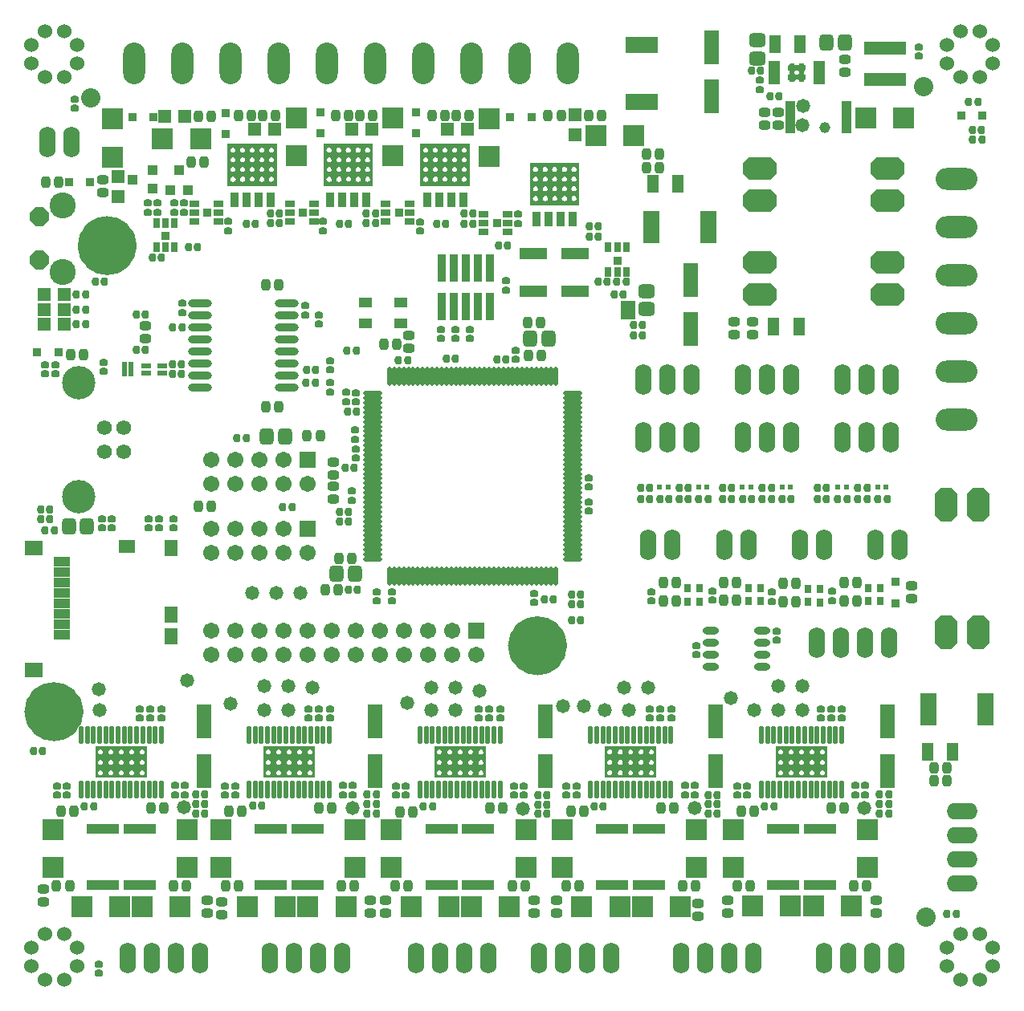
<source format=gts>
G04 Layer_Color=8388736*
%FSLAX24Y24*%
%MOIN*%
G70*
G01*
G75*
%ADD21C,0.0600*%
%ADD181C,0.1220*%
%ADD182R,0.0631X0.1419*%
%ADD183R,0.0330X0.0330*%
%ADD184R,0.0330X0.0330*%
%ADD185R,0.0671X0.0533*%
%ADD186R,0.0749X0.0631*%
%ADD187R,0.0533X0.0671*%
%ADD188R,0.0671X0.0395*%
%ADD189C,0.0580*%
%ADD190R,0.0198X0.0237*%
G04:AMPARAMS|DCode=191|XSize=30mil|YSize=32mil|CornerRadius=8.4mil|HoleSize=0mil|Usage=FLASHONLY|Rotation=270.000|XOffset=0mil|YOffset=0mil|HoleType=Round|Shape=RoundedRectangle|*
%AMROUNDEDRECTD191*
21,1,0.0300,0.0152,0,0,270.0*
21,1,0.0132,0.0320,0,0,270.0*
1,1,0.0168,-0.0076,-0.0066*
1,1,0.0168,-0.0076,0.0066*
1,1,0.0168,0.0076,0.0066*
1,1,0.0168,0.0076,-0.0066*
%
%ADD191ROUNDEDRECTD191*%
G04:AMPARAMS|DCode=192|XSize=37.1mil|YSize=47.4mil|CornerRadius=9.8mil|HoleSize=0mil|Usage=FLASHONLY|Rotation=0.000|XOffset=0mil|YOffset=0mil|HoleType=Round|Shape=RoundedRectangle|*
%AMROUNDEDRECTD192*
21,1,0.0371,0.0277,0,0,0.0*
21,1,0.0175,0.0474,0,0,0.0*
1,1,0.0197,0.0087,-0.0139*
1,1,0.0197,-0.0087,-0.0139*
1,1,0.0197,-0.0087,0.0139*
1,1,0.0197,0.0087,0.0139*
%
%ADD192ROUNDEDRECTD192*%
G04:AMPARAMS|DCode=193|XSize=37.1mil|YSize=47.4mil|CornerRadius=9.8mil|HoleSize=0mil|Usage=FLASHONLY|Rotation=270.000|XOffset=0mil|YOffset=0mil|HoleType=Round|Shape=RoundedRectangle|*
%AMROUNDEDRECTD193*
21,1,0.0371,0.0277,0,0,270.0*
21,1,0.0175,0.0474,0,0,270.0*
1,1,0.0197,-0.0139,-0.0087*
1,1,0.0197,-0.0139,0.0087*
1,1,0.0197,0.0139,0.0087*
1,1,0.0197,0.0139,-0.0087*
%
%ADD193ROUNDEDRECTD193*%
G04:AMPARAMS|DCode=194|XSize=30mil|YSize=32mil|CornerRadius=8.4mil|HoleSize=0mil|Usage=FLASHONLY|Rotation=180.000|XOffset=0mil|YOffset=0mil|HoleType=Round|Shape=RoundedRectangle|*
%AMROUNDEDRECTD194*
21,1,0.0300,0.0152,0,0,180.0*
21,1,0.0132,0.0320,0,0,180.0*
1,1,0.0168,-0.0066,0.0076*
1,1,0.0168,0.0066,0.0076*
1,1,0.0168,0.0066,-0.0076*
1,1,0.0168,-0.0066,-0.0076*
%
%ADD194ROUNDEDRECTD194*%
G04:AMPARAMS|DCode=195|XSize=60mil|YSize=68mil|CornerRadius=17mil|HoleSize=0mil|Usage=FLASHONLY|Rotation=0.000|XOffset=0mil|YOffset=0mil|HoleType=Round|Shape=RoundedRectangle|*
%AMROUNDEDRECTD195*
21,1,0.0600,0.0340,0,0,0.0*
21,1,0.0260,0.0680,0,0,0.0*
1,1,0.0340,0.0130,-0.0170*
1,1,0.0340,-0.0130,-0.0170*
1,1,0.0340,-0.0130,0.0170*
1,1,0.0340,0.0130,0.0170*
%
%ADD195ROUNDEDRECTD195*%
%ADD196R,0.0513X0.0749*%
G04:AMPARAMS|DCode=197|XSize=60mil|YSize=68mil|CornerRadius=17mil|HoleSize=0mil|Usage=FLASHONLY|Rotation=270.000|XOffset=0mil|YOffset=0mil|HoleType=Round|Shape=RoundedRectangle|*
%AMROUNDEDRECTD197*
21,1,0.0600,0.0340,0,0,270.0*
21,1,0.0260,0.0680,0,0,270.0*
1,1,0.0340,-0.0170,-0.0130*
1,1,0.0340,-0.0170,0.0130*
1,1,0.0340,0.0170,0.0130*
1,1,0.0340,0.0170,-0.0130*
%
%ADD197ROUNDEDRECTD197*%
%ADD198R,0.0560X0.0560*%
%ADD199R,0.0870X0.0870*%
%ADD200R,0.0320X0.0320*%
%ADD201R,0.0870X0.0870*%
%ADD202R,0.0320X0.0320*%
%ADD203R,0.0560X0.0560*%
%ADD204R,0.1340X0.0710*%
%ADD205R,0.0710X0.1340*%
%ADD206R,0.0280X0.0360*%
%ADD207R,0.0208X0.0186*%
G04:AMPARAMS|DCode=208|XSize=80mil|YSize=80mil|CornerRadius=40mil|HoleSize=0mil|Usage=FLASHONLY|Rotation=0.000|XOffset=0mil|YOffset=0mil|HoleType=Round|Shape=RoundedRectangle|*
%AMROUNDEDRECTD208*
21,1,0.0800,0.0000,0,0,0.0*
21,1,0.0000,0.0800,0,0,0.0*
1,1,0.0800,0.0000,0.0000*
1,1,0.0800,0.0000,0.0000*
1,1,0.0800,0.0000,0.0000*
1,1,0.0800,0.0000,0.0000*
%
%ADD208ROUNDEDRECTD208*%
G04:AMPARAMS|DCode=209|XSize=80mil|YSize=80mil|CornerRadius=40mil|HoleSize=0mil|Usage=FLASHONLY|Rotation=90.000|XOffset=0mil|YOffset=0mil|HoleType=Round|Shape=RoundedRectangle|*
%AMROUNDEDRECTD209*
21,1,0.0800,0.0000,0,0,90.0*
21,1,0.0000,0.0800,0,0,90.0*
1,1,0.0800,0.0000,0.0000*
1,1,0.0800,0.0000,0.0000*
1,1,0.0800,0.0000,0.0000*
1,1,0.0800,0.0000,0.0000*
%
%ADD209ROUNDEDRECTD209*%
%ADD210R,0.0375X0.1182*%
%ADD211R,0.1753X0.0545*%
%ADD212R,0.0434X0.0237*%
%ADD213R,0.0360X0.0640*%
%ADD214R,0.1379X0.0434*%
%ADD215R,0.0434X0.1379*%
%ADD216R,0.1182X0.0474*%
%ADD217O,0.0789X0.0198*%
%ADD218O,0.0198X0.0789*%
%ADD219R,0.0606X0.0252*%
%ADD220R,0.0213X0.0260*%
%ADD221R,0.0482X0.0198*%
%ADD222O,0.0986X0.0316*%
%ADD223O,0.0671X0.0316*%
%ADD224R,0.0316X0.0415*%
%ADD225R,0.0415X0.0316*%
%ADD226R,0.0552X0.0434*%
%ADD227O,0.0218X0.0749*%
%ADD228R,0.0440X0.0400*%
%ADD229R,0.0400X0.0440*%
%ADD230R,0.0671X0.0671*%
%ADD231C,0.0671*%
%ADD232O,0.0680X0.1280*%
G04:AMPARAMS|DCode=233|XSize=141mil|YSize=91mil|CornerRadius=0mil|HoleSize=0mil|Usage=FLASHONLY|Rotation=180.000|XOffset=0mil|YOffset=0mil|HoleType=Round|Shape=Octagon|*
%AMOCTAGOND233*
4,1,8,-0.0705,0.0228,-0.0705,-0.0228,-0.0478,-0.0455,0.0478,-0.0455,0.0705,-0.0228,0.0705,0.0228,0.0478,0.0455,-0.0478,0.0455,-0.0705,0.0228,0.0*
%
%ADD233OCTAGOND233*%

G04:AMPARAMS|DCode=234|XSize=141mil|YSize=91mil|CornerRadius=0mil|HoleSize=0mil|Usage=FLASHONLY|Rotation=270.000|XOffset=0mil|YOffset=0mil|HoleType=Round|Shape=Octagon|*
%AMOCTAGOND234*
4,1,8,-0.0228,-0.0705,0.0228,-0.0705,0.0455,-0.0478,0.0455,0.0478,0.0228,0.0705,-0.0228,0.0705,-0.0455,0.0478,-0.0455,-0.0478,-0.0228,-0.0705,0.0*
%
%ADD234OCTAGOND234*%

%ADD235O,0.0905X0.1730*%
%ADD236C,0.1385*%
%ADD237C,0.0620*%
%ADD238C,0.1080*%
%ADD239P,0.0844X8X292.5*%
%ADD240O,0.1730X0.0905*%
%ADD241O,0.1280X0.0680*%
%ADD242C,0.0580*%
%ADD243C,0.0460*%
G36*
X23289Y34204D02*
Y33810D01*
Y33406D01*
Y33013D01*
Y32737D01*
X21241D01*
Y33013D01*
Y33406D01*
Y33810D01*
Y34214D01*
Y34499D01*
X23289D01*
Y34204D01*
D02*
G37*
G36*
X33576Y10022D02*
Y9806D01*
Y9589D01*
Y9373D01*
Y9156D01*
Y8940D01*
X31441D01*
Y9156D01*
Y9373D01*
Y9589D01*
Y9806D01*
Y10022D01*
Y10024D01*
Y10240D01*
X33576D01*
Y10022D01*
D02*
G37*
G36*
X14724Y35004D02*
Y34610D01*
Y34206D01*
Y33813D01*
Y33537D01*
X12676D01*
Y33813D01*
Y34206D01*
Y34610D01*
Y35014D01*
Y35299D01*
X14724D01*
Y35004D01*
D02*
G37*
G36*
X18734D02*
Y34610D01*
Y34206D01*
Y33813D01*
Y33537D01*
X16686D01*
Y33813D01*
Y34206D01*
Y34610D01*
Y35014D01*
Y35299D01*
X18734D01*
Y35004D01*
D02*
G37*
G36*
X10739D02*
Y34610D01*
Y34206D01*
Y33813D01*
Y33537D01*
X8691D01*
Y33813D01*
Y34206D01*
Y34610D01*
Y35014D01*
Y35299D01*
X10739D01*
Y35004D01*
D02*
G37*
G36*
X5342Y10022D02*
Y9806D01*
Y9589D01*
Y9373D01*
Y9156D01*
Y8940D01*
X3207D01*
Y9156D01*
Y9373D01*
Y9589D01*
Y9806D01*
Y10022D01*
Y10024D01*
D01*
Y10240D01*
X5342D01*
Y10022D01*
D02*
G37*
G36*
X32597Y38628D02*
X32603Y38597D01*
X32621Y38571D01*
X32647Y38554D01*
X32677Y38548D01*
Y38344D01*
X32650Y38339D01*
X32628Y38323D01*
X32612Y38301D01*
X32607Y38274D01*
X32608D01*
Y38234D01*
X32597D01*
X32597Y38225D01*
X32603Y38194D01*
X32621Y38168D01*
X32647Y38150D01*
X32677Y38144D01*
Y37951D01*
X32647Y37944D01*
X32621Y37927D01*
X32603Y37901D01*
X32597Y37870D01*
X32599D01*
Y37851D01*
X32423D01*
X32416Y37889D01*
X32394Y37922D01*
X32361Y37943D01*
X32323Y37951D01*
Y37949D01*
X32303Y37951D01*
X32265Y37943D01*
X32232Y37922D01*
X32211Y37889D01*
X32203Y37851D01*
X32028D01*
X32029Y37860D01*
X32023Y37891D01*
X32006Y37917D01*
X31980Y37935D01*
X31949Y37941D01*
Y38144D01*
X31976Y38150D01*
X31999Y38165D01*
X32014Y38188D01*
X32019Y38215D01*
X32018D01*
Y38254D01*
X32029D01*
X32029Y38264D01*
X32023Y38295D01*
X32006Y38321D01*
X31980Y38338D01*
X31949Y38344D01*
Y38538D01*
X31980Y38544D01*
X32006Y38561D01*
X32023Y38588D01*
X32029Y38618D01*
X32028D01*
Y38638D01*
X32203D01*
X32211Y38600D01*
X32232Y38567D01*
X32265Y38545D01*
X32303Y38538D01*
Y38540D01*
X32323Y38538D01*
X32361Y38545D01*
X32394Y38567D01*
X32416Y38600D01*
X32423Y38638D01*
X32599D01*
X32597Y38628D01*
D02*
G37*
G36*
X12311Y10022D02*
Y9806D01*
Y9589D01*
Y9373D01*
Y9156D01*
Y8940D01*
X10176D01*
Y9156D01*
Y9373D01*
Y9589D01*
Y9806D01*
Y10022D01*
Y10024D01*
Y10240D01*
X12311D01*
Y10022D01*
D02*
G37*
G36*
X26488D02*
Y9806D01*
Y9589D01*
Y9373D01*
Y9156D01*
Y8940D01*
X24353D01*
Y9156D01*
Y9373D01*
Y9589D01*
Y9806D01*
Y10022D01*
Y10024D01*
Y10240D01*
X26488D01*
Y10022D01*
D02*
G37*
G36*
X19402D02*
Y9806D01*
Y9589D01*
Y9373D01*
Y9156D01*
Y8940D01*
X17267D01*
Y9156D01*
Y9373D01*
Y9589D01*
Y9806D01*
Y10022D01*
Y10024D01*
Y10240D01*
X19402D01*
Y10022D01*
D02*
G37*
%LPC*%
G36*
X5142Y10124D02*
X5142Y10124D01*
X5142Y10124D01*
X5105Y10117D01*
X5072Y10095D01*
X5050Y10062D01*
X5042Y10024D01*
X5043Y10022D01*
X5035Y10022D01*
X5035Y10022D01*
X5043Y9983D01*
X5065Y9949D01*
X5099Y9927D01*
X5138Y9919D01*
X5139Y9919D01*
X5139Y9919D01*
X5179Y9927D01*
X5213Y9950D01*
X5236Y9984D01*
X5244Y10024D01*
X5243Y10027D01*
X5237Y10028D01*
X5239Y10028D01*
X5239Y10028D01*
X5231Y10065D01*
X5210Y10096D01*
X5179Y10117D01*
X5142Y10124D01*
D02*
G37*
G36*
X32509Y9694D02*
X32509Y9694D01*
X32509Y9694D01*
X32509Y9694D01*
X32470Y9686D01*
X32437Y9664D01*
X32415Y9631D01*
X32407Y9592D01*
X32407Y9591D01*
X32407D01*
X32407Y9591D01*
X32409Y9591D01*
X32407D01*
X32407Y9590D01*
X32407Y9589D01*
X32407D01*
X32407Y9588D01*
X32415Y9549D01*
X32437Y9516D01*
X32470Y9494D01*
X32509Y9486D01*
X32509D01*
X32548Y9494D01*
X32581Y9516D01*
X32603Y9549D01*
X32611Y9588D01*
X32610Y9589D01*
X32610D01*
X32610Y9589D01*
X32609Y9589D01*
X32610D01*
X32610Y9590D01*
X32610Y9591D01*
X32610D01*
X32611Y9592D01*
X32603Y9631D01*
X32581Y9664D01*
X32548Y9686D01*
X32509Y9694D01*
D02*
G37*
G36*
X12111Y10124D02*
X12111Y10124D01*
X12111Y10124D01*
X12073Y10117D01*
X12041Y10095D01*
X12019Y10062D01*
X12011Y10024D01*
X12011Y10022D01*
X12004Y10022D01*
X12004Y10022D01*
X12011Y9983D01*
X12034Y9949D01*
X12067Y9927D01*
X12107Y9919D01*
X12108Y9919D01*
X12108Y9919D01*
X12148Y9927D01*
X12182Y9950D01*
X12205Y9984D01*
X12213Y10024D01*
X12212Y10027D01*
X12206Y10028D01*
X12207Y10028D01*
X12207Y10028D01*
X12200Y10065D01*
X12179Y10096D01*
X12148Y10117D01*
X12111Y10124D01*
D02*
G37*
G36*
X3409Y10127D02*
X3369Y10119D01*
X3336Y10096D01*
X3313Y10062D01*
X3306Y10028D01*
X3307Y10028D01*
X3306Y10027D01*
X3305Y10024D01*
X3313Y9986D01*
X3335Y9952D01*
X3369Y9930D01*
X3407Y9922D01*
X3407Y9922D01*
X3444Y9929D01*
X3477Y9951D01*
X3499Y9984D01*
X3506Y10022D01*
X3505Y10028D01*
X3513Y10028D01*
X3506Y10063D01*
X3484Y10097D01*
X3450Y10119D01*
X3411Y10127D01*
X3409Y10127D01*
X3409Y10127D01*
D02*
G37*
G36*
X10378D02*
X10338Y10119D01*
X10304Y10096D01*
X10281Y10062D01*
X10275Y10028D01*
X10276Y10028D01*
X10274Y10027D01*
X10274Y10024D01*
X10282Y9986D01*
X10304Y9952D01*
X10338Y9930D01*
X10375Y9922D01*
X10376Y9922D01*
X10413Y9929D01*
X10445Y9951D01*
X10467Y9984D01*
X10475Y10022D01*
X10474Y10028D01*
X10482Y10028D01*
X10475Y10063D01*
X10452Y10097D01*
X10419Y10119D01*
X10379Y10127D01*
X10378Y10127D01*
X10378Y10127D01*
D02*
G37*
G36*
X33376Y10124D02*
X33376Y10124D01*
X33376Y10124D01*
X33339Y10117D01*
X33306Y10095D01*
X33284Y10062D01*
X33277Y10024D01*
X33277Y10022D01*
X33269Y10022D01*
X33269Y10022D01*
X33277Y9983D01*
X33300Y9949D01*
X33333Y9927D01*
X33373Y9919D01*
X33374Y9919D01*
X33374Y9919D01*
X33414Y9927D01*
X33448Y9950D01*
X33470Y9984D01*
X33478Y10024D01*
X33478Y10027D01*
X33471Y10028D01*
X33473Y10028D01*
X33473Y10028D01*
X33466Y10065D01*
X33445Y10096D01*
X33413Y10117D01*
X33376Y10124D01*
D02*
G37*
G36*
X19202D02*
X19202Y10124D01*
X19202Y10124D01*
X19164Y10117D01*
X19132Y10095D01*
X19110Y10062D01*
X19102Y10024D01*
X19103Y10022D01*
X19095Y10022D01*
X19095Y10022D01*
X19103Y9983D01*
X19125Y9949D01*
X19158Y9927D01*
X19198Y9919D01*
X19199Y9919D01*
X19199Y9919D01*
X19239Y9927D01*
X19273Y9950D01*
X19296Y9984D01*
X19304Y10024D01*
X19303Y10027D01*
X19297Y10028D01*
X19299Y10028D01*
X19299Y10028D01*
X19291Y10065D01*
X19270Y10096D01*
X19239Y10117D01*
X19202Y10124D01*
D02*
G37*
G36*
X26288D02*
X26288Y10124D01*
X26288Y10124D01*
X26250Y10117D01*
X26218Y10095D01*
X26196Y10062D01*
X26188Y10024D01*
X26188Y10022D01*
X26181Y10022D01*
X26181Y10022D01*
X26189Y9983D01*
X26211Y9949D01*
X26244Y9927D01*
X26284Y9919D01*
X26285Y9919D01*
X26285Y9919D01*
X26325Y9927D01*
X26359Y9950D01*
X26382Y9984D01*
X26390Y10024D01*
X26389Y10027D01*
X26383Y10028D01*
X26385Y10028D01*
X26385Y10028D01*
X26377Y10065D01*
X26356Y10096D01*
X26325Y10117D01*
X26288Y10124D01*
D02*
G37*
G36*
X17903Y9691D02*
X17902Y9691D01*
X17902Y9691D01*
X17902Y9691D01*
X17864Y9684D01*
X17831Y9662D01*
X17810Y9630D01*
X17802Y9592D01*
X17803Y9589D01*
X17798Y9589D01*
X17805Y9553D01*
X17828Y9519D01*
X17862Y9496D01*
X17902Y9489D01*
X17904Y9489D01*
X17904Y9489D01*
X17904Y9489D01*
X17942Y9496D01*
X17974Y9518D01*
X17996Y9550D01*
X18004Y9588D01*
X18003Y9589D01*
X18002Y9589D01*
X18003D01*
X18003Y9591D01*
X18004D01*
X18004Y9591D01*
X17996Y9629D01*
X17974Y9662D01*
X17941Y9684D01*
X17903Y9691D01*
D02*
G37*
G36*
X24989D02*
X24988Y9691D01*
X24988Y9691D01*
X24988Y9691D01*
X24950Y9684D01*
X24917Y9662D01*
X24896Y9630D01*
X24888Y9592D01*
X24889Y9589D01*
X24884Y9589D01*
X24891Y9553D01*
X24914Y9519D01*
X24948Y9496D01*
X24988Y9489D01*
X24990Y9489D01*
X24990Y9489D01*
X24990Y9489D01*
X25028Y9496D01*
X25060Y9518D01*
X25082Y9550D01*
X25090Y9588D01*
X25089Y9589D01*
X25088Y9589D01*
X25089D01*
X25089Y9591D01*
X25090D01*
X25090Y9591D01*
X25082Y9629D01*
X25060Y9662D01*
X25027Y9684D01*
X24989Y9691D01*
D02*
G37*
G36*
X3843D02*
X3842Y9691D01*
X3842Y9691D01*
X3842Y9691D01*
X3804Y9684D01*
X3772Y9662D01*
X3750Y9630D01*
X3743Y9592D01*
X3743Y9589D01*
X3738Y9589D01*
X3745Y9553D01*
X3768Y9519D01*
X3802Y9496D01*
X3842Y9489D01*
X3844Y9489D01*
X3844Y9489D01*
X3844Y9489D01*
X3882Y9496D01*
X3915Y9518D01*
X3936Y9550D01*
X3944Y9588D01*
X3944Y9589D01*
X3942Y9589D01*
X3944D01*
X3943Y9591D01*
X3944D01*
X3944Y9591D01*
X3936Y9629D01*
X3914Y9662D01*
X3882Y9684D01*
X3843Y9691D01*
D02*
G37*
G36*
X10812D02*
X10811Y9691D01*
X10811Y9691D01*
X10811Y9691D01*
X10772Y9684D01*
X10740Y9662D01*
X10719Y9630D01*
X10711Y9592D01*
X10712Y9589D01*
X10707Y9589D01*
X10714Y9553D01*
X10737Y9519D01*
X10771Y9496D01*
X10811Y9489D01*
X10813Y9489D01*
X10813Y9489D01*
X10813Y9489D01*
X10851Y9496D01*
X10883Y9518D01*
X10905Y9550D01*
X10912Y9588D01*
X10912Y9589D01*
X10911Y9589D01*
X10912D01*
X10912Y9591D01*
X10912D01*
X10912Y9591D01*
X10905Y9629D01*
X10883Y9662D01*
X10850Y9684D01*
X10812Y9691D01*
D02*
G37*
G36*
X32078D02*
X32076Y9691D01*
X32076Y9691D01*
X32076Y9691D01*
X32038Y9684D01*
X32006Y9662D01*
X31984Y9630D01*
X31977Y9592D01*
X31977Y9589D01*
X31972Y9589D01*
X31980Y9553D01*
X32002Y9519D01*
X32036Y9496D01*
X32076Y9489D01*
X32079Y9489D01*
X32079Y9489D01*
X32079Y9489D01*
X32117Y9496D01*
X32149Y9518D01*
X32171Y9550D01*
X32178Y9588D01*
X32178Y9589D01*
X32176Y9589D01*
X32178D01*
X32178Y9591D01*
X32178D01*
X32178Y9591D01*
X32171Y9629D01*
X32149Y9662D01*
X32116Y9684D01*
X32078Y9691D01*
D02*
G37*
G36*
X18334Y9694D02*
X18334Y9694D01*
X18334Y9694D01*
X18334Y9694D01*
X18295Y9686D01*
X18262Y9664D01*
X18240Y9631D01*
X18232Y9592D01*
X18233Y9591D01*
X18233D01*
X18233Y9591D01*
X18234Y9591D01*
X18233D01*
X18233Y9590D01*
X18233Y9589D01*
X18233D01*
X18232Y9588D01*
X18240Y9549D01*
X18262Y9516D01*
X18295Y9494D01*
X18334Y9486D01*
X18334D01*
X18373Y9494D01*
X18406Y9516D01*
X18428Y9549D01*
X18436Y9588D01*
X18436Y9589D01*
X18436D01*
X18436Y9589D01*
X18434Y9589D01*
X18436D01*
X18436Y9590D01*
X18436Y9591D01*
X18436D01*
X18436Y9592D01*
X18428Y9631D01*
X18406Y9664D01*
X18373Y9686D01*
X18334Y9694D01*
D02*
G37*
G36*
X25420D02*
X25420Y9694D01*
X25420Y9694D01*
X25420Y9694D01*
X25381Y9686D01*
X25348Y9664D01*
X25326Y9631D01*
X25318Y9592D01*
X25319Y9591D01*
X25319D01*
X25319Y9590D01*
X25319Y9589D01*
X25319D01*
X25318Y9588D01*
X25326Y9549D01*
X25348Y9516D01*
X25381Y9494D01*
X25420Y9486D01*
X25420D01*
X25459Y9494D01*
X25492Y9516D01*
X25514Y9549D01*
X25522Y9588D01*
X25522Y9589D01*
X25522D01*
X25522Y9589D01*
X25520Y9589D01*
X25522D01*
X25522Y9590D01*
X25522Y9591D01*
X25522D01*
X25522Y9592D01*
X25514Y9631D01*
X25492Y9664D01*
X25459Y9686D01*
X25420Y9694D01*
D02*
G37*
G36*
X4274D02*
X4274Y9694D01*
X4274Y9694D01*
X4274Y9694D01*
X4235Y9686D01*
X4202Y9664D01*
X4180Y9631D01*
X4172Y9592D01*
X4173Y9591D01*
X4173D01*
X4173Y9590D01*
X4173Y9589D01*
X4173D01*
X4172Y9588D01*
X4180Y9549D01*
X4202Y9516D01*
X4235Y9494D01*
X4274Y9486D01*
X4274D01*
X4313Y9494D01*
X4347Y9516D01*
X4369Y9549D01*
X4376Y9588D01*
X4376Y9589D01*
X4376D01*
X4376Y9589D01*
X4374Y9589D01*
X4376D01*
X4376Y9590D01*
X4376Y9591D01*
X4376D01*
X4376Y9592D01*
X4369Y9631D01*
X4347Y9664D01*
X4313Y9686D01*
X4274Y9694D01*
D02*
G37*
G36*
X11243D02*
X11243Y9694D01*
X11243Y9694D01*
X11243Y9694D01*
X11204Y9686D01*
X11171Y9664D01*
X11149Y9631D01*
X11141Y9592D01*
X11141Y9591D01*
X11142D01*
X11141Y9590D01*
X11142Y9589D01*
X11141D01*
X11141Y9588D01*
X11149Y9549D01*
X11171Y9516D01*
X11204Y9494D01*
X11243Y9486D01*
X11243D01*
X11282Y9494D01*
X11315Y9516D01*
X11337Y9549D01*
X11345Y9588D01*
X11345Y9589D01*
X11344D01*
X11344Y9589D01*
X11343Y9589D01*
X11344D01*
X11345Y9590D01*
X11344Y9591D01*
X11345D01*
X11345Y9592D01*
X11337Y9631D01*
X11315Y9664D01*
X11282Y9686D01*
X11243Y9694D01*
D02*
G37*
G36*
X17469Y10127D02*
X17429Y10119D01*
X17395Y10096D01*
X17373Y10062D01*
X17366Y10028D01*
X17367Y10028D01*
X17366Y10027D01*
X17365Y10024D01*
X17373Y9986D01*
X17395Y9952D01*
X17429Y9930D01*
X17467Y9922D01*
X17467Y9922D01*
X17504Y9929D01*
X17537Y9951D01*
X17558Y9984D01*
X17566Y10022D01*
X17565Y10028D01*
X17573Y10028D01*
X17566Y10063D01*
X17543Y10097D01*
X17510Y10119D01*
X17470Y10127D01*
X17469Y10127D01*
X17469Y10127D01*
D02*
G37*
G36*
X32078Y10124D02*
X32076Y10124D01*
X32076Y10124D01*
X32076Y10124D01*
X32038Y10117D01*
X32006Y10095D01*
X31984Y10063D01*
X31977Y10025D01*
X31977Y10022D01*
X31972Y10022D01*
X31980Y9986D01*
X32002Y9952D01*
X32036Y9930D01*
X32076Y9922D01*
X32079Y9922D01*
X32079Y9922D01*
X32079Y9922D01*
X32117Y9929D01*
X32149Y9951D01*
X32171Y9983D01*
X32178Y10021D01*
X32178Y10022D01*
X32176Y10022D01*
X32178D01*
X32178Y10024D01*
X32178D01*
X32178Y10024D01*
X32171Y10062D01*
X32149Y10095D01*
X32116Y10117D01*
X32078Y10124D01*
D02*
G37*
G36*
X4274Y10127D02*
X4274Y10127D01*
X4274Y10127D01*
X4274Y10127D01*
X4235Y10119D01*
X4202Y10097D01*
X4180Y10064D01*
X4172Y10025D01*
X4173Y10024D01*
X4173D01*
X4173Y10024D01*
X4174Y10024D01*
X4173D01*
X4173Y10023D01*
X4173Y10022D01*
X4173D01*
X4172Y10021D01*
X4180Y9982D01*
X4202Y9949D01*
X4235Y9927D01*
X4274Y9919D01*
X4274D01*
X4313Y9927D01*
X4347Y9949D01*
X4369Y9982D01*
X4376Y10021D01*
X4376Y10022D01*
X4376D01*
X4376Y10022D01*
X4374Y10022D01*
X4376D01*
X4376Y10023D01*
X4376Y10024D01*
X4376D01*
X4376Y10025D01*
X4369Y10064D01*
X4347Y10097D01*
X4313Y10119D01*
X4274Y10127D01*
D02*
G37*
G36*
X17903Y10124D02*
X17902Y10124D01*
X17902Y10124D01*
X17902Y10124D01*
X17864Y10117D01*
X17831Y10095D01*
X17810Y10063D01*
X17802Y10025D01*
X17803Y10022D01*
X17798Y10022D01*
X17805Y9986D01*
X17828Y9952D01*
X17862Y9930D01*
X17902Y9922D01*
X17904Y9922D01*
X17904Y9922D01*
X17904Y9922D01*
X17942Y9929D01*
X17974Y9951D01*
X17996Y9983D01*
X18004Y10021D01*
X18003Y10022D01*
X18002Y10022D01*
X18003D01*
X18003Y10024D01*
X18004D01*
X18004Y10024D01*
X17996Y10062D01*
X17974Y10095D01*
X17941Y10117D01*
X17903Y10124D01*
D02*
G37*
G36*
X24989D02*
X24988Y10124D01*
X24988Y10124D01*
X24988Y10124D01*
X24950Y10117D01*
X24917Y10095D01*
X24896Y10063D01*
X24888Y10025D01*
X24889Y10022D01*
X24884Y10022D01*
X24891Y9986D01*
X24914Y9952D01*
X24948Y9930D01*
X24988Y9922D01*
X24990Y9922D01*
X24990Y9922D01*
X24990Y9922D01*
X25028Y9929D01*
X25060Y9951D01*
X25082Y9983D01*
X25090Y10021D01*
X25089Y10022D01*
X25088Y10022D01*
X25089D01*
X25089Y10024D01*
X25090D01*
X25090Y10024D01*
X25082Y10062D01*
X25060Y10095D01*
X25027Y10117D01*
X24989Y10124D01*
D02*
G37*
G36*
X25420Y10127D02*
X25420Y10127D01*
X25420Y10127D01*
X25420Y10127D01*
X25381Y10119D01*
X25348Y10097D01*
X25326Y10064D01*
X25318Y10025D01*
X25319Y10024D01*
X25319D01*
X25319Y10023D01*
X25319Y10022D01*
X25319D01*
X25318Y10021D01*
X25326Y9982D01*
X25348Y9949D01*
X25381Y9927D01*
X25420Y9919D01*
X25420D01*
X25459Y9927D01*
X25492Y9949D01*
X25514Y9982D01*
X25522Y10021D01*
X25522Y10022D01*
X25522D01*
X25522Y10022D01*
X25520Y10022D01*
X25522D01*
X25522Y10023D01*
X25522Y10024D01*
X25522D01*
X25522Y10025D01*
X25514Y10064D01*
X25492Y10097D01*
X25459Y10119D01*
X25420Y10127D01*
D02*
G37*
G36*
X32509D02*
X32509Y10127D01*
X32509Y10127D01*
X32509Y10127D01*
X32470Y10119D01*
X32437Y10097D01*
X32415Y10064D01*
X32407Y10025D01*
X32407Y10024D01*
X32407D01*
X32407Y10024D01*
X32409Y10024D01*
X32407D01*
X32407Y10023D01*
X32407Y10022D01*
X32407D01*
X32407Y10021D01*
X32415Y9982D01*
X32437Y9949D01*
X32470Y9927D01*
X32509Y9919D01*
X32509D01*
X32548Y9927D01*
X32581Y9949D01*
X32603Y9982D01*
X32611Y10021D01*
X32610Y10022D01*
X32610D01*
X32610Y10022D01*
X32609Y10022D01*
X32610D01*
X32610Y10023D01*
X32610Y10024D01*
X32610D01*
X32611Y10025D01*
X32603Y10064D01*
X32581Y10097D01*
X32548Y10119D01*
X32509Y10127D01*
D02*
G37*
G36*
X11243D02*
X11243Y10127D01*
X11243Y10127D01*
X11243Y10127D01*
X11204Y10119D01*
X11171Y10097D01*
X11149Y10064D01*
X11141Y10025D01*
X11141Y10024D01*
X11142D01*
X11141Y10023D01*
X11142Y10022D01*
X11141D01*
X11141Y10021D01*
X11149Y9982D01*
X11171Y9949D01*
X11204Y9927D01*
X11243Y9919D01*
X11243D01*
X11282Y9927D01*
X11315Y9949D01*
X11337Y9982D01*
X11345Y10021D01*
X11345Y10022D01*
X11344D01*
X11344Y10022D01*
X11343Y10022D01*
X11344D01*
X11345Y10023D01*
X11344Y10024D01*
X11345D01*
X11345Y10025D01*
X11337Y10064D01*
X11315Y10097D01*
X11282Y10119D01*
X11243Y10127D01*
D02*
G37*
G36*
X18334D02*
X18334Y10127D01*
X18334Y10127D01*
X18334Y10127D01*
X18295Y10119D01*
X18262Y10097D01*
X18240Y10064D01*
X18232Y10025D01*
X18233Y10024D01*
X18233D01*
X18233Y10023D01*
X18233Y10022D01*
X18233D01*
X18232Y10021D01*
X18240Y9982D01*
X18262Y9949D01*
X18295Y9927D01*
X18334Y9919D01*
X18334D01*
X18373Y9927D01*
X18406Y9949D01*
X18428Y9982D01*
X18436Y10021D01*
X18436Y10022D01*
X18436D01*
X18436Y10022D01*
X18434Y10022D01*
X18436D01*
X18436Y10023D01*
X18436Y10024D01*
X18436D01*
X18436Y10025D01*
X18428Y10064D01*
X18406Y10097D01*
X18373Y10119D01*
X18334Y10127D01*
D02*
G37*
G36*
X10812Y10124D02*
X10811Y10124D01*
X10811Y10124D01*
X10811Y10124D01*
X10772Y10117D01*
X10740Y10095D01*
X10719Y10063D01*
X10711Y10025D01*
X10712Y10022D01*
X10707Y10022D01*
X10714Y9986D01*
X10737Y9952D01*
X10771Y9930D01*
X10811Y9922D01*
X10813Y9922D01*
X10813Y9922D01*
X10813Y9922D01*
X10851Y9929D01*
X10883Y9951D01*
X10905Y9983D01*
X10912Y10021D01*
X10912Y10022D01*
X10911Y10022D01*
X10912D01*
X10912Y10024D01*
X10912D01*
X10912Y10024D01*
X10905Y10062D01*
X10883Y10095D01*
X10850Y10117D01*
X10812Y10124D01*
D02*
G37*
G36*
X4707Y10125D02*
X4704Y10124D01*
X4704Y10124D01*
X4704Y10124D01*
X4666Y10117D01*
X4634Y10095D01*
X4613Y10063D01*
X4605Y10025D01*
X4605Y10024D01*
X4607Y10024D01*
X4605D01*
X4606Y10022D01*
X4605D01*
X4605Y10022D01*
X4613Y9984D01*
X4634Y9951D01*
X4667Y9929D01*
X4706Y9922D01*
X4707Y9922D01*
X4707Y9922D01*
X4707Y9922D01*
X4745Y9929D01*
X4777Y9951D01*
X4799Y9983D01*
X4806Y10021D01*
X4806Y10024D01*
X4811Y10024D01*
X4804Y10060D01*
X4781Y10094D01*
X4747Y10117D01*
X4707Y10125D01*
D02*
G37*
G36*
X11676D02*
X11673Y10124D01*
X11673Y10124D01*
X11673Y10124D01*
X11635Y10117D01*
X11603Y10095D01*
X11581Y10063D01*
X11574Y10025D01*
X11574Y10024D01*
X11576Y10024D01*
X11574D01*
X11574Y10022D01*
X11574D01*
X11574Y10022D01*
X11581Y9984D01*
X11603Y9951D01*
X11636Y9929D01*
X11674Y9922D01*
X11676Y9922D01*
X11676Y9922D01*
X11676Y9922D01*
X11714Y9929D01*
X11746Y9951D01*
X11767Y9983D01*
X11775Y10021D01*
X11774Y10024D01*
X11779Y10024D01*
X11772Y10060D01*
X11749Y10094D01*
X11716Y10117D01*
X11676Y10125D01*
D02*
G37*
G36*
X24555Y10127D02*
X24515Y10119D01*
X24481Y10096D01*
X24459Y10062D01*
X24452Y10028D01*
X24453Y10028D01*
X24452Y10027D01*
X24451Y10024D01*
X24459Y9986D01*
X24481Y9952D01*
X24515Y9930D01*
X24553Y9922D01*
X24553Y9922D01*
X24590Y9929D01*
X24623Y9951D01*
X24644Y9984D01*
X24652Y10022D01*
X24651Y10028D01*
X24659Y10028D01*
X24652Y10063D01*
X24629Y10097D01*
X24596Y10119D01*
X24556Y10127D01*
X24555Y10127D01*
X24555Y10127D01*
D02*
G37*
G36*
X31644D02*
X31604Y10119D01*
X31570Y10096D01*
X31547Y10062D01*
X31540Y10028D01*
X31541Y10028D01*
X31540Y10027D01*
X31540Y10024D01*
X31547Y9986D01*
X31570Y9952D01*
X31604Y9930D01*
X31641Y9922D01*
X31641Y9922D01*
X31679Y9929D01*
X31711Y9951D01*
X31733Y9984D01*
X31741Y10022D01*
X31740Y10028D01*
X31748Y10028D01*
X31740Y10063D01*
X31718Y10097D01*
X31685Y10119D01*
X31645Y10127D01*
X31644Y10127D01*
X31644Y10127D01*
D02*
G37*
G36*
X32941Y10125D02*
X32939Y10124D01*
X32939Y10124D01*
X32939Y10124D01*
X32901Y10117D01*
X32868Y10095D01*
X32847Y10063D01*
X32839Y10025D01*
X32840Y10024D01*
X32841Y10024D01*
X32840D01*
X32840Y10022D01*
X32839D01*
X32839Y10022D01*
X32847Y9984D01*
X32869Y9951D01*
X32902Y9929D01*
X32940Y9922D01*
X32941Y9922D01*
X32941Y9922D01*
X32941Y9922D01*
X32979Y9929D01*
X33012Y9951D01*
X33033Y9983D01*
X33041Y10021D01*
X33040Y10024D01*
X33045Y10024D01*
X33038Y10060D01*
X33015Y10094D01*
X32981Y10117D01*
X32941Y10125D01*
D02*
G37*
G36*
X3843Y10124D02*
X3842Y10124D01*
X3842Y10124D01*
X3842Y10124D01*
X3804Y10117D01*
X3772Y10095D01*
X3750Y10063D01*
X3743Y10025D01*
X3743Y10022D01*
X3738Y10022D01*
X3745Y9986D01*
X3768Y9952D01*
X3802Y9930D01*
X3842Y9922D01*
X3844Y9922D01*
X3844Y9922D01*
X3844Y9922D01*
X3882Y9929D01*
X3915Y9951D01*
X3936Y9983D01*
X3944Y10021D01*
X3944Y10022D01*
X3942Y10022D01*
X3944D01*
X3943Y10024D01*
X3944D01*
X3944Y10024D01*
X3936Y10062D01*
X3914Y10095D01*
X3882Y10117D01*
X3843Y10124D01*
D02*
G37*
G36*
X18767Y10125D02*
X18764Y10124D01*
X18764Y10124D01*
X18764Y10124D01*
X18726Y10117D01*
X18694Y10095D01*
X18672Y10063D01*
X18665Y10025D01*
X18665Y10024D01*
X18667Y10024D01*
X18665D01*
X18665Y10022D01*
X18665D01*
X18665Y10022D01*
X18672Y9984D01*
X18694Y9951D01*
X18727Y9929D01*
X18765Y9922D01*
X18767Y9922D01*
X18767Y9922D01*
X18767Y9922D01*
X18805Y9929D01*
X18837Y9951D01*
X18859Y9983D01*
X18866Y10021D01*
X18866Y10024D01*
X18871Y10024D01*
X18863Y10060D01*
X18841Y10094D01*
X18807Y10117D01*
X18767Y10125D01*
D02*
G37*
G36*
X25853D02*
X25850Y10124D01*
X25850Y10124D01*
X25850Y10124D01*
X25812Y10117D01*
X25780Y10095D01*
X25758Y10063D01*
X25751Y10025D01*
X25751Y10024D01*
X25753Y10024D01*
X25751D01*
X25751Y10022D01*
X25751D01*
X25751Y10022D01*
X25758Y9984D01*
X25780Y9951D01*
X25813Y9929D01*
X25851Y9922D01*
X25853Y9922D01*
X25853Y9922D01*
X25853Y9922D01*
X25891Y9929D01*
X25923Y9951D01*
X25945Y9983D01*
X25952Y10021D01*
X25952Y10024D01*
X25956Y10024D01*
X25949Y10060D01*
X25927Y10094D01*
X25893Y10117D01*
X25853Y10125D01*
D02*
G37*
G36*
X32941Y9691D02*
X32939Y9691D01*
X32939Y9691D01*
X32939Y9691D01*
X32901Y9684D01*
X32868Y9662D01*
X32847Y9630D01*
X32839Y9592D01*
X32840Y9591D01*
X32841Y9591D01*
X32840D01*
X32840Y9589D01*
X32839D01*
X32839Y9589D01*
X32847Y9551D01*
X32869Y9518D01*
X32902Y9496D01*
X32940Y9489D01*
X32941Y9489D01*
X32941Y9489D01*
X32941Y9489D01*
X32979Y9496D01*
X33012Y9518D01*
X33033Y9550D01*
X33041Y9588D01*
X33040Y9591D01*
X33045Y9591D01*
X33038Y9627D01*
X33015Y9661D01*
X32981Y9684D01*
X32941Y9691D01*
D02*
G37*
G36*
X18767Y9258D02*
X18764Y9258D01*
X18764Y9258D01*
X18764Y9258D01*
X18726Y9251D01*
X18694Y9229D01*
X18672Y9197D01*
X18665Y9159D01*
X18665Y9158D01*
X18667Y9158D01*
X18665D01*
X18665Y9156D01*
X18665D01*
X18665Y9156D01*
X18672Y9118D01*
X18694Y9085D01*
X18727Y9063D01*
X18765Y9056D01*
X18767Y9056D01*
X18767Y9056D01*
X18767Y9056D01*
X18805Y9063D01*
X18837Y9085D01*
X18859Y9117D01*
X18866Y9155D01*
X18866Y9158D01*
X18871Y9158D01*
X18863Y9194D01*
X18841Y9228D01*
X18807Y9250D01*
X18767Y9258D01*
D02*
G37*
G36*
X25853D02*
X25850Y9258D01*
X25850Y9258D01*
X25850Y9258D01*
X25812Y9251D01*
X25780Y9229D01*
X25758Y9197D01*
X25751Y9159D01*
X25751Y9158D01*
X25753Y9158D01*
X25751D01*
X25751Y9156D01*
X25751D01*
X25751Y9156D01*
X25758Y9118D01*
X25780Y9085D01*
X25813Y9063D01*
X25851Y9056D01*
X25853Y9056D01*
X25853Y9056D01*
X25853Y9056D01*
X25891Y9063D01*
X25923Y9085D01*
X25945Y9117D01*
X25952Y9155D01*
X25952Y9158D01*
X25956Y9158D01*
X25949Y9194D01*
X25927Y9228D01*
X25893Y9250D01*
X25853Y9258D01*
D02*
G37*
G36*
X4707D02*
X4704Y9258D01*
X4704Y9258D01*
X4704Y9258D01*
X4666Y9251D01*
X4634Y9229D01*
X4613Y9197D01*
X4605Y9159D01*
X4605Y9158D01*
X4607Y9158D01*
X4605D01*
X4606Y9156D01*
X4605D01*
X4605Y9156D01*
X4613Y9118D01*
X4634Y9085D01*
X4667Y9063D01*
X4706Y9056D01*
X4707Y9056D01*
X4707Y9056D01*
X4707Y9056D01*
X4745Y9063D01*
X4777Y9085D01*
X4799Y9117D01*
X4806Y9155D01*
X4806Y9158D01*
X4811Y9158D01*
X4804Y9194D01*
X4781Y9228D01*
X4747Y9250D01*
X4707Y9258D01*
D02*
G37*
G36*
X11676D02*
X11673Y9258D01*
X11673Y9258D01*
X11673Y9258D01*
X11635Y9251D01*
X11603Y9229D01*
X11581Y9197D01*
X11574Y9159D01*
X11574Y9158D01*
X11576Y9158D01*
X11574D01*
X11574Y9156D01*
X11574D01*
X11574Y9156D01*
X11581Y9118D01*
X11603Y9085D01*
X11636Y9063D01*
X11674Y9056D01*
X11676Y9056D01*
X11676Y9056D01*
X11676Y9056D01*
X11714Y9063D01*
X11746Y9085D01*
X11767Y9117D01*
X11775Y9155D01*
X11774Y9158D01*
X11779Y9158D01*
X11772Y9194D01*
X11749Y9228D01*
X11716Y9250D01*
X11676Y9258D01*
D02*
G37*
G36*
X32941D02*
X32939Y9258D01*
X32939Y9258D01*
X32939Y9258D01*
X32901Y9251D01*
X32868Y9229D01*
X32847Y9197D01*
X32839Y9159D01*
X32840Y9158D01*
X32841Y9158D01*
X32840D01*
X32840Y9156D01*
X32839D01*
X32839Y9156D01*
X32847Y9118D01*
X32869Y9085D01*
X32902Y9063D01*
X32940Y9056D01*
X32941Y9056D01*
X32941Y9056D01*
X32941Y9056D01*
X32979Y9063D01*
X33012Y9085D01*
X33033Y9117D01*
X33041Y9155D01*
X33040Y9158D01*
X33045Y9158D01*
X33038Y9194D01*
X33015Y9228D01*
X32981Y9250D01*
X32941Y9258D01*
D02*
G37*
G36*
X17903Y9258D02*
X17902Y9258D01*
X17902Y9258D01*
X17902Y9258D01*
X17864Y9251D01*
X17831Y9229D01*
X17810Y9197D01*
X17802Y9159D01*
X17803Y9156D01*
X17798Y9156D01*
X17805Y9120D01*
X17828Y9086D01*
X17862Y9063D01*
X17902Y9055D01*
X17904Y9056D01*
X17904Y9056D01*
X17904Y9056D01*
X17942Y9063D01*
X17974Y9085D01*
X17996Y9117D01*
X18004Y9155D01*
X18003Y9156D01*
X18002Y9156D01*
X18003D01*
X18003Y9158D01*
X18004D01*
X18004Y9158D01*
X17996Y9196D01*
X17974Y9229D01*
X17941Y9251D01*
X17903Y9258D01*
D02*
G37*
G36*
X24989D02*
X24988Y9258D01*
X24988Y9258D01*
X24988Y9258D01*
X24950Y9251D01*
X24917Y9229D01*
X24896Y9197D01*
X24888Y9159D01*
X24889Y9156D01*
X24884Y9156D01*
X24891Y9120D01*
X24914Y9086D01*
X24948Y9063D01*
X24988Y9055D01*
X24990Y9056D01*
X24990Y9056D01*
X24990Y9056D01*
X25028Y9063D01*
X25060Y9085D01*
X25082Y9117D01*
X25090Y9155D01*
X25089Y9156D01*
X25088Y9156D01*
X25089D01*
X25089Y9158D01*
X25090D01*
X25090Y9158D01*
X25082Y9196D01*
X25060Y9229D01*
X25027Y9251D01*
X24989Y9258D01*
D02*
G37*
G36*
X3843D02*
X3842Y9258D01*
X3842Y9258D01*
X3842Y9258D01*
X3804Y9251D01*
X3772Y9229D01*
X3750Y9197D01*
X3743Y9159D01*
X3743Y9156D01*
X3738Y9156D01*
X3745Y9120D01*
X3768Y9086D01*
X3802Y9063D01*
X3842Y9055D01*
X3844Y9056D01*
X3844Y9056D01*
X3844Y9056D01*
X3882Y9063D01*
X3915Y9085D01*
X3936Y9117D01*
X3944Y9155D01*
X3944Y9156D01*
X3942Y9156D01*
X3944D01*
X3943Y9158D01*
X3944D01*
X3944Y9158D01*
X3936Y9196D01*
X3914Y9229D01*
X3882Y9251D01*
X3843Y9258D01*
D02*
G37*
G36*
X10812D02*
X10811Y9258D01*
X10811Y9258D01*
X10811Y9258D01*
X10772Y9251D01*
X10740Y9229D01*
X10719Y9197D01*
X10711Y9159D01*
X10712Y9156D01*
X10707Y9156D01*
X10714Y9120D01*
X10737Y9086D01*
X10771Y9063D01*
X10811Y9055D01*
X10813Y9056D01*
X10813Y9056D01*
X10813Y9056D01*
X10851Y9063D01*
X10883Y9085D01*
X10905Y9117D01*
X10912Y9155D01*
X10912Y9156D01*
X10911Y9156D01*
X10912D01*
X10912Y9158D01*
X10912D01*
X10912Y9158D01*
X10905Y9196D01*
X10883Y9229D01*
X10850Y9251D01*
X10812Y9258D01*
D02*
G37*
G36*
X31644Y9261D02*
X31604Y9253D01*
X31570Y9230D01*
X31547Y9196D01*
X31539Y9157D01*
X31541D01*
X31539Y9157D01*
X31539Y9157D01*
X31547Y9118D01*
X31569Y9085D01*
X31602Y9063D01*
X31641Y9056D01*
X31641Y9056D01*
X31641Y9056D01*
X31679Y9063D01*
X31711Y9085D01*
X31733Y9118D01*
X31741Y9156D01*
X31740Y9161D01*
X31748Y9161D01*
X31740Y9197D01*
X31718Y9231D01*
X31685Y9253D01*
X31645Y9261D01*
X31644Y9261D01*
X31644Y9261D01*
D02*
G37*
G36*
X19202Y9258D02*
X19202Y9258D01*
X19202Y9258D01*
X19164Y9251D01*
X19132Y9229D01*
X19110Y9196D01*
X19102Y9158D01*
X19103Y9156D01*
X19095Y9156D01*
X19095Y9156D01*
X19103Y9117D01*
X19125Y9083D01*
X19158Y9061D01*
X19198Y9053D01*
X19199Y9053D01*
X19199Y9053D01*
X19239Y9061D01*
X19273Y9084D01*
X19296Y9118D01*
X19304Y9158D01*
X19303Y9161D01*
X19297Y9161D01*
X19299Y9161D01*
X19299Y9161D01*
X19291Y9198D01*
X19270Y9230D01*
X19239Y9251D01*
X19202Y9258D01*
D02*
G37*
G36*
X26288D02*
X26288Y9258D01*
X26288Y9258D01*
X26250Y9251D01*
X26218Y9229D01*
X26196Y9196D01*
X26188Y9158D01*
X26188Y9156D01*
X26181Y9156D01*
X26181Y9156D01*
X26189Y9117D01*
X26211Y9083D01*
X26244Y9061D01*
X26284Y9053D01*
X26285Y9053D01*
X26285Y9053D01*
X26325Y9061D01*
X26359Y9084D01*
X26382Y9118D01*
X26390Y9158D01*
X26389Y9161D01*
X26383Y9161D01*
X26385Y9161D01*
X26385Y9161D01*
X26377Y9198D01*
X26356Y9230D01*
X26325Y9251D01*
X26288Y9258D01*
D02*
G37*
G36*
X5142D02*
X5142Y9258D01*
X5142Y9258D01*
X5105Y9251D01*
X5072Y9229D01*
X5050Y9196D01*
X5042Y9158D01*
X5043Y9156D01*
X5035Y9156D01*
X5035Y9156D01*
X5043Y9117D01*
X5065Y9083D01*
X5099Y9061D01*
X5138Y9053D01*
X5139Y9053D01*
X5139Y9053D01*
X5179Y9061D01*
X5213Y9084D01*
X5236Y9118D01*
X5244Y9158D01*
X5243Y9161D01*
X5237Y9161D01*
X5239Y9161D01*
X5239Y9161D01*
X5231Y9198D01*
X5210Y9230D01*
X5179Y9251D01*
X5142Y9258D01*
D02*
G37*
G36*
X12111D02*
X12111Y9258D01*
X12111Y9258D01*
X12073Y9251D01*
X12041Y9229D01*
X12019Y9196D01*
X12011Y9158D01*
X12011Y9156D01*
X12004Y9156D01*
X12004Y9156D01*
X12011Y9117D01*
X12034Y9083D01*
X12067Y9061D01*
X12107Y9053D01*
X12108Y9053D01*
X12108Y9053D01*
X12148Y9061D01*
X12182Y9084D01*
X12205Y9118D01*
X12213Y9158D01*
X12212Y9161D01*
X12206Y9161D01*
X12207Y9161D01*
X12207Y9161D01*
X12200Y9198D01*
X12179Y9230D01*
X12148Y9251D01*
X12111Y9258D01*
D02*
G37*
G36*
X33376D02*
X33376Y9258D01*
X33376Y9258D01*
X33339Y9251D01*
X33306Y9229D01*
X33284Y9196D01*
X33277Y9158D01*
X33277Y9156D01*
X33269Y9156D01*
X33269Y9156D01*
X33277Y9117D01*
X33300Y9083D01*
X33333Y9061D01*
X33373Y9053D01*
X33374Y9053D01*
X33374Y9053D01*
X33414Y9061D01*
X33448Y9084D01*
X33470Y9118D01*
X33478Y9158D01*
X33478Y9161D01*
X33471Y9161D01*
X33473Y9161D01*
X33473Y9161D01*
X33466Y9198D01*
X33445Y9230D01*
X33413Y9251D01*
X33376Y9258D01*
D02*
G37*
G36*
X17469Y9261D02*
X17429Y9253D01*
X17395Y9230D01*
X17373Y9196D01*
X17365Y9157D01*
X17367D01*
X17365Y9157D01*
X17365Y9157D01*
X17373Y9118D01*
X17395Y9085D01*
X17428Y9063D01*
X17467Y9056D01*
X17467Y9056D01*
X17467Y9056D01*
X17504Y9063D01*
X17537Y9085D01*
X17558Y9118D01*
X17566Y9156D01*
X17565Y9161D01*
X17573Y9161D01*
X17566Y9197D01*
X17543Y9231D01*
X17510Y9253D01*
X17470Y9261D01*
X17469Y9261D01*
X17469Y9261D01*
D02*
G37*
G36*
X24555D02*
X24515Y9253D01*
X24481Y9230D01*
X24459Y9196D01*
X24451Y9157D01*
X24453D01*
X24451Y9157D01*
X24451Y9157D01*
X24459Y9118D01*
X24481Y9085D01*
X24514Y9063D01*
X24553Y9056D01*
X24553Y9056D01*
X24553Y9056D01*
X24590Y9063D01*
X24623Y9085D01*
X24644Y9118D01*
X24652Y9156D01*
X24651Y9161D01*
X24659Y9161D01*
X24652Y9197D01*
X24629Y9231D01*
X24596Y9253D01*
X24556Y9261D01*
X24555Y9261D01*
X24555Y9261D01*
D02*
G37*
G36*
X3409D02*
X3369Y9253D01*
X3336Y9230D01*
X3313Y9196D01*
X3305Y9157D01*
X3307D01*
X3305Y9157D01*
X3305Y9157D01*
X3313Y9118D01*
X3335Y9085D01*
X3368Y9063D01*
X3407Y9056D01*
X3407Y9056D01*
X3407Y9056D01*
X3444Y9063D01*
X3477Y9085D01*
X3499Y9118D01*
X3506Y9156D01*
X3505Y9161D01*
X3513Y9161D01*
X3506Y9197D01*
X3484Y9231D01*
X3450Y9253D01*
X3411Y9261D01*
X3409Y9261D01*
X3409Y9261D01*
D02*
G37*
G36*
X10378D02*
X10338Y9253D01*
X10304Y9230D01*
X10281Y9196D01*
X10274Y9157D01*
X10276D01*
X10274Y9157D01*
X10274Y9157D01*
X10281Y9118D01*
X10303Y9085D01*
X10337Y9063D01*
X10376Y9056D01*
X10376Y9056D01*
X10376Y9056D01*
X10413Y9063D01*
X10445Y9085D01*
X10467Y9118D01*
X10475Y9156D01*
X10474Y9161D01*
X10482Y9161D01*
X10475Y9197D01*
X10452Y9231D01*
X10419Y9253D01*
X10379Y9261D01*
X10378Y9261D01*
X10378Y9261D01*
D02*
G37*
G36*
X32078Y9258D02*
X32076Y9258D01*
X32076Y9258D01*
X32076Y9258D01*
X32038Y9251D01*
X32006Y9229D01*
X31984Y9197D01*
X31977Y9159D01*
X31977Y9156D01*
X31972Y9156D01*
X31980Y9120D01*
X32002Y9086D01*
X32036Y9063D01*
X32076Y9055D01*
X32079Y9056D01*
X32079Y9056D01*
X32079Y9056D01*
X32117Y9063D01*
X32149Y9085D01*
X32171Y9117D01*
X32178Y9155D01*
X32178Y9156D01*
X32176Y9156D01*
X32178D01*
X32178Y9158D01*
X32178D01*
X32178Y9158D01*
X32171Y9196D01*
X32149Y9229D01*
X32116Y9251D01*
X32078Y9258D01*
D02*
G37*
G36*
X17469Y9694D02*
X17429Y9686D01*
X17395Y9663D01*
X17373Y9629D01*
X17365Y9591D01*
X17367D01*
X17365Y9591D01*
X17365Y9590D01*
X17373Y9552D01*
X17395Y9518D01*
X17428Y9496D01*
X17467Y9489D01*
X17467Y9489D01*
X17467Y9489D01*
X17504Y9496D01*
X17537Y9518D01*
X17558Y9551D01*
X17566Y9589D01*
X17565Y9594D01*
X17573Y9594D01*
X17566Y9630D01*
X17543Y9664D01*
X17510Y9686D01*
X17470Y9694D01*
X17469Y9694D01*
X17469Y9694D01*
D02*
G37*
G36*
X24555D02*
X24515Y9686D01*
X24481Y9663D01*
X24459Y9629D01*
X24451Y9591D01*
X24453D01*
X24451Y9591D01*
X24451Y9590D01*
X24459Y9552D01*
X24481Y9518D01*
X24514Y9496D01*
X24553Y9489D01*
X24553Y9489D01*
X24553Y9489D01*
X24590Y9496D01*
X24623Y9518D01*
X24644Y9551D01*
X24652Y9589D01*
X24651Y9594D01*
X24659Y9594D01*
X24652Y9630D01*
X24629Y9664D01*
X24596Y9686D01*
X24556Y9694D01*
X24555Y9694D01*
X24555Y9694D01*
D02*
G37*
G36*
X3409D02*
X3369Y9686D01*
X3336Y9663D01*
X3313Y9629D01*
X3305Y9591D01*
X3307D01*
X3305Y9591D01*
X3305Y9590D01*
X3313Y9552D01*
X3335Y9518D01*
X3368Y9496D01*
X3407Y9489D01*
X3407Y9489D01*
X3407Y9489D01*
X3444Y9496D01*
X3477Y9518D01*
X3499Y9551D01*
X3506Y9589D01*
X3505Y9594D01*
X3513Y9594D01*
X3506Y9630D01*
X3484Y9664D01*
X3450Y9686D01*
X3411Y9694D01*
X3409Y9694D01*
X3409Y9694D01*
D02*
G37*
G36*
X10378D02*
X10338Y9686D01*
X10304Y9663D01*
X10281Y9629D01*
X10274Y9591D01*
X10276D01*
X10274Y9591D01*
X10274Y9590D01*
X10281Y9552D01*
X10303Y9518D01*
X10337Y9496D01*
X10376Y9489D01*
X10376Y9489D01*
X10376Y9489D01*
X10413Y9496D01*
X10445Y9518D01*
X10467Y9551D01*
X10475Y9589D01*
X10474Y9594D01*
X10482Y9594D01*
X10475Y9630D01*
X10452Y9664D01*
X10419Y9686D01*
X10379Y9694D01*
X10378Y9694D01*
X10378Y9694D01*
D02*
G37*
G36*
X31644D02*
X31604Y9686D01*
X31570Y9663D01*
X31547Y9629D01*
X31539Y9591D01*
X31541D01*
X31539Y9591D01*
X31539Y9590D01*
X31547Y9552D01*
X31569Y9518D01*
X31602Y9496D01*
X31641Y9489D01*
X31641Y9489D01*
X31641Y9489D01*
X31679Y9496D01*
X31711Y9518D01*
X31733Y9551D01*
X31741Y9589D01*
X31740Y9594D01*
X31748Y9594D01*
X31740Y9630D01*
X31718Y9664D01*
X31685Y9686D01*
X31645Y9694D01*
X31644Y9694D01*
X31644Y9694D01*
D02*
G37*
G36*
X18767Y9691D02*
X18764Y9691D01*
X18764Y9691D01*
X18764Y9691D01*
X18726Y9684D01*
X18694Y9662D01*
X18672Y9630D01*
X18665Y9592D01*
X18665Y9591D01*
X18667Y9591D01*
X18665D01*
X18665Y9589D01*
X18665D01*
X18665Y9589D01*
X18672Y9551D01*
X18694Y9518D01*
X18727Y9496D01*
X18765Y9489D01*
X18767Y9489D01*
X18767Y9489D01*
X18767Y9489D01*
X18805Y9496D01*
X18837Y9518D01*
X18859Y9550D01*
X18866Y9588D01*
X18866Y9591D01*
X18871Y9591D01*
X18863Y9627D01*
X18841Y9661D01*
X18807Y9684D01*
X18767Y9691D01*
D02*
G37*
G36*
X25853D02*
X25850Y9691D01*
X25850Y9691D01*
X25850Y9691D01*
X25812Y9684D01*
X25780Y9662D01*
X25758Y9630D01*
X25751Y9592D01*
X25751Y9591D01*
X25753Y9591D01*
X25751D01*
X25751Y9589D01*
X25751D01*
X25751Y9589D01*
X25758Y9551D01*
X25780Y9518D01*
X25813Y9496D01*
X25851Y9489D01*
X25853Y9489D01*
X25853Y9489D01*
X25853Y9489D01*
X25891Y9496D01*
X25923Y9518D01*
X25945Y9550D01*
X25952Y9588D01*
X25952Y9591D01*
X25956Y9591D01*
X25949Y9627D01*
X25927Y9661D01*
X25893Y9684D01*
X25853Y9691D01*
D02*
G37*
G36*
X4707D02*
X4704Y9691D01*
X4704Y9691D01*
X4704Y9691D01*
X4666Y9684D01*
X4634Y9662D01*
X4613Y9630D01*
X4605Y9592D01*
X4605Y9591D01*
X4607Y9591D01*
X4605D01*
X4606Y9589D01*
X4605D01*
X4605Y9589D01*
X4613Y9551D01*
X4634Y9518D01*
X4667Y9496D01*
X4706Y9489D01*
X4707Y9489D01*
X4707Y9489D01*
X4707Y9489D01*
X4745Y9496D01*
X4777Y9518D01*
X4799Y9550D01*
X4806Y9588D01*
X4806Y9591D01*
X4811Y9591D01*
X4804Y9627D01*
X4781Y9661D01*
X4747Y9684D01*
X4707Y9691D01*
D02*
G37*
G36*
X11676D02*
X11673Y9691D01*
X11673Y9691D01*
X11673Y9691D01*
X11635Y9684D01*
X11603Y9662D01*
X11581Y9630D01*
X11574Y9592D01*
X11574Y9591D01*
X11576Y9591D01*
X11574D01*
X11574Y9589D01*
X11574D01*
X11574Y9589D01*
X11581Y9551D01*
X11603Y9518D01*
X11636Y9496D01*
X11674Y9489D01*
X11676Y9489D01*
X11676Y9489D01*
X11676Y9489D01*
X11714Y9496D01*
X11746Y9518D01*
X11767Y9550D01*
X11775Y9588D01*
X11774Y9591D01*
X11779Y9591D01*
X11772Y9627D01*
X11749Y9661D01*
X11716Y9684D01*
X11676Y9691D01*
D02*
G37*
G36*
X33376Y9691D02*
X33376Y9691D01*
X33376Y9691D01*
X33339Y9684D01*
X33306Y9662D01*
X33284Y9629D01*
X33277Y9591D01*
X33277Y9589D01*
X33269Y9589D01*
X33269Y9589D01*
X33277Y9550D01*
X33300Y9516D01*
X33333Y9494D01*
X33373Y9486D01*
X33374Y9486D01*
X33374Y9486D01*
X33414Y9494D01*
X33448Y9517D01*
X33470Y9551D01*
X33478Y9591D01*
X33478Y9594D01*
X33471Y9594D01*
X33473Y9594D01*
X33473Y9594D01*
X33466Y9632D01*
X33445Y9663D01*
X33413Y9684D01*
X33376Y9691D01*
D02*
G37*
G36*
X18334Y9261D02*
X18334Y9261D01*
X18334Y9261D01*
X18334Y9261D01*
X18295Y9253D01*
X18262Y9231D01*
X18240Y9198D01*
X18232Y9159D01*
X18233Y9158D01*
X18233D01*
X18233Y9157D01*
X18233Y9156D01*
X18233D01*
X18232Y9155D01*
X18240Y9116D01*
X18262Y9083D01*
X18295Y9061D01*
X18334Y9053D01*
X18334D01*
X18373Y9061D01*
X18406Y9083D01*
X18428Y9116D01*
X18436Y9155D01*
X18436Y9156D01*
X18436D01*
X18436Y9156D01*
X18434Y9156D01*
X18436D01*
X18436Y9157D01*
X18436Y9158D01*
X18436D01*
X18436Y9159D01*
X18428Y9198D01*
X18406Y9231D01*
X18373Y9253D01*
X18334Y9261D01*
D02*
G37*
G36*
X25420D02*
X25420Y9261D01*
X25420Y9261D01*
X25420Y9261D01*
X25381Y9253D01*
X25348Y9231D01*
X25326Y9198D01*
X25318Y9159D01*
X25319Y9158D01*
X25319D01*
X25319Y9157D01*
X25319Y9156D01*
X25319D01*
X25318Y9155D01*
X25326Y9116D01*
X25348Y9083D01*
X25381Y9061D01*
X25420Y9053D01*
X25420D01*
X25459Y9061D01*
X25492Y9083D01*
X25514Y9116D01*
X25522Y9155D01*
X25522Y9156D01*
X25522D01*
X25522Y9156D01*
X25520Y9156D01*
X25522D01*
X25522Y9157D01*
X25522Y9158D01*
X25522D01*
X25522Y9159D01*
X25514Y9198D01*
X25492Y9231D01*
X25459Y9253D01*
X25420Y9261D01*
D02*
G37*
G36*
X4274D02*
X4274Y9261D01*
X4274Y9261D01*
X4274Y9261D01*
X4235Y9253D01*
X4202Y9231D01*
X4180Y9198D01*
X4172Y9159D01*
X4173Y9158D01*
X4173D01*
X4173Y9157D01*
X4173Y9156D01*
X4173D01*
X4172Y9155D01*
X4180Y9116D01*
X4202Y9083D01*
X4235Y9061D01*
X4274Y9053D01*
X4274D01*
X4313Y9061D01*
X4347Y9083D01*
X4369Y9116D01*
X4376Y9155D01*
X4376Y9156D01*
X4376D01*
X4376Y9156D01*
X4374Y9156D01*
X4376D01*
X4376Y9157D01*
X4376Y9158D01*
X4376D01*
X4376Y9159D01*
X4369Y9198D01*
X4347Y9231D01*
X4313Y9253D01*
X4274Y9261D01*
D02*
G37*
G36*
X11243D02*
X11243Y9261D01*
X11243Y9261D01*
X11243Y9261D01*
X11204Y9253D01*
X11171Y9231D01*
X11149Y9198D01*
X11141Y9159D01*
X11141Y9158D01*
X11142D01*
X11141Y9157D01*
X11142Y9156D01*
X11141D01*
X11141Y9155D01*
X11149Y9116D01*
X11171Y9083D01*
X11204Y9061D01*
X11243Y9053D01*
X11243D01*
X11282Y9061D01*
X11315Y9083D01*
X11337Y9116D01*
X11345Y9155D01*
X11345Y9156D01*
X11344D01*
X11344Y9156D01*
X11343Y9156D01*
X11344D01*
X11345Y9157D01*
X11344Y9158D01*
X11345D01*
X11345Y9159D01*
X11337Y9198D01*
X11315Y9231D01*
X11282Y9253D01*
X11243Y9261D01*
D02*
G37*
G36*
X32509D02*
X32509Y9261D01*
X32509Y9261D01*
X32509Y9261D01*
X32470Y9253D01*
X32437Y9231D01*
X32415Y9198D01*
X32407Y9159D01*
X32407Y9158D01*
X32407D01*
X32407Y9158D01*
X32409Y9158D01*
X32407D01*
X32407Y9157D01*
X32407Y9156D01*
X32407D01*
X32407Y9155D01*
X32415Y9116D01*
X32437Y9083D01*
X32470Y9061D01*
X32509Y9053D01*
X32509D01*
X32548Y9061D01*
X32581Y9083D01*
X32603Y9116D01*
X32611Y9155D01*
X32610Y9156D01*
X32610D01*
X32610Y9156D01*
X32609Y9156D01*
X32610D01*
X32610Y9157D01*
X32610Y9158D01*
X32610D01*
X32611Y9159D01*
X32603Y9198D01*
X32581Y9231D01*
X32548Y9253D01*
X32509Y9261D01*
D02*
G37*
G36*
X19202Y9691D02*
X19202Y9691D01*
X19202Y9691D01*
X19164Y9684D01*
X19132Y9662D01*
X19110Y9629D01*
X19102Y9591D01*
X19103Y9589D01*
X19095Y9589D01*
X19095Y9589D01*
X19103Y9550D01*
X19125Y9516D01*
X19158Y9494D01*
X19198Y9486D01*
X19199Y9486D01*
X19199Y9486D01*
X19239Y9494D01*
X19273Y9517D01*
X19296Y9551D01*
X19304Y9591D01*
X19303Y9594D01*
X19297Y9594D01*
X19299Y9594D01*
X19299Y9594D01*
X19291Y9632D01*
X19270Y9663D01*
X19239Y9684D01*
X19202Y9691D01*
D02*
G37*
G36*
X26288D02*
X26288Y9691D01*
X26288Y9691D01*
X26250Y9684D01*
X26218Y9662D01*
X26196Y9629D01*
X26188Y9591D01*
X26188Y9589D01*
X26181Y9589D01*
X26181Y9589D01*
X26189Y9550D01*
X26211Y9516D01*
X26244Y9494D01*
X26284Y9486D01*
X26285Y9486D01*
X26285Y9486D01*
X26325Y9494D01*
X26359Y9517D01*
X26382Y9551D01*
X26390Y9591D01*
X26389Y9594D01*
X26383Y9594D01*
X26385Y9594D01*
X26385Y9594D01*
X26377Y9632D01*
X26356Y9663D01*
X26325Y9684D01*
X26288Y9691D01*
D02*
G37*
G36*
X5142D02*
X5142Y9691D01*
X5142Y9691D01*
X5105Y9684D01*
X5072Y9662D01*
X5050Y9629D01*
X5042Y9591D01*
X5043Y9589D01*
X5035Y9589D01*
X5035Y9589D01*
X5043Y9550D01*
X5065Y9516D01*
X5099Y9494D01*
X5138Y9486D01*
X5139Y9486D01*
X5139Y9486D01*
X5179Y9494D01*
X5213Y9517D01*
X5236Y9551D01*
X5244Y9591D01*
X5243Y9594D01*
X5237Y9594D01*
X5239Y9594D01*
X5239Y9594D01*
X5231Y9632D01*
X5210Y9663D01*
X5179Y9684D01*
X5142Y9691D01*
D02*
G37*
G36*
X12111D02*
X12111Y9691D01*
X12111Y9691D01*
X12073Y9684D01*
X12041Y9662D01*
X12019Y9629D01*
X12011Y9591D01*
X12011Y9589D01*
X12004Y9589D01*
X12004Y9589D01*
X12011Y9550D01*
X12034Y9516D01*
X12067Y9494D01*
X12107Y9486D01*
X12108Y9486D01*
X12108Y9486D01*
X12148Y9494D01*
X12182Y9517D01*
X12205Y9551D01*
X12213Y9591D01*
X12212Y9594D01*
X12206Y9594D01*
X12207Y9594D01*
X12207Y9594D01*
X12200Y9632D01*
X12179Y9663D01*
X12148Y9684D01*
X12111Y9691D01*
D02*
G37*
G36*
X8918Y34720D02*
X8879Y34713D01*
X8847Y34691D01*
X8825Y34658D01*
X8817Y34620D01*
X8819Y34610D01*
X8809D01*
X8816Y34578D01*
X8840Y34542D01*
X8875Y34518D01*
X8918Y34509D01*
Y34510D01*
X8957Y34517D01*
X8990Y34539D01*
X9012Y34572D01*
X9019Y34610D01*
X9006D01*
Y34630D01*
X9008D01*
X9001Y34664D01*
X8982Y34694D01*
X8952Y34713D01*
X8918Y34720D01*
Y34720D01*
D02*
G37*
G36*
X12903D02*
X12864Y34713D01*
X12832Y34691D01*
X12810Y34658D01*
X12802Y34620D01*
X12804Y34610D01*
X12794D01*
X12801Y34578D01*
X12825Y34542D01*
X12860Y34518D01*
X12903Y34509D01*
Y34510D01*
X12942Y34517D01*
X12975Y34539D01*
X12997Y34572D01*
X13004Y34610D01*
X12991D01*
Y34630D01*
X12993D01*
X12986Y34664D01*
X12967Y34694D01*
X12937Y34713D01*
X12903Y34720D01*
Y34720D01*
D02*
G37*
G36*
X18114D02*
X18075Y34713D01*
X18043Y34691D01*
X18021Y34658D01*
X18013Y34620D01*
X18015Y34610D01*
X18003D01*
X18011Y34572D01*
X18033Y34539D01*
X18065Y34517D01*
X18104Y34510D01*
Y34509D01*
X18147Y34518D01*
X18183Y34542D01*
X18207Y34579D01*
X18214Y34610D01*
X18212D01*
Y34620D01*
X18214D01*
X18206Y34658D01*
X18184Y34691D01*
X18152Y34713D01*
X18114Y34720D01*
D02*
G37*
G36*
X10118D02*
X10080Y34713D01*
X10048Y34691D01*
X10026Y34658D01*
X10018Y34620D01*
X10020Y34610D01*
X10008D01*
X10016Y34572D01*
X10038Y34539D01*
X10070Y34517D01*
X10109Y34510D01*
Y34509D01*
X10152Y34518D01*
X10188Y34542D01*
X10212Y34579D01*
X10219Y34610D01*
X10217D01*
Y34620D01*
X10219D01*
X10211Y34658D01*
X10189Y34691D01*
X10157Y34713D01*
X10118Y34720D01*
D02*
G37*
G36*
X14104D02*
X14065Y34713D01*
X14033Y34691D01*
X14011Y34658D01*
X14003Y34620D01*
X14005Y34610D01*
X13993D01*
X14001Y34572D01*
X14023Y34539D01*
X14055Y34517D01*
X14094Y34510D01*
Y34509D01*
X14137Y34518D01*
X14173Y34542D01*
X14197Y34579D01*
X14204Y34610D01*
X14202D01*
Y34620D01*
X14204D01*
X14196Y34658D01*
X14174Y34691D01*
X14142Y34713D01*
X14104Y34720D01*
D02*
G37*
G36*
X10512D02*
X10474Y34713D01*
X10441Y34691D01*
X10419Y34658D01*
X10412Y34620D01*
X10414Y34610D01*
X10404D01*
X10410Y34578D01*
X10434Y34542D01*
X10470Y34518D01*
X10512Y34509D01*
X10512Y34512D01*
Y34510D01*
X10554Y34518D01*
X10589Y34541D01*
X10612Y34576D01*
X10619Y34610D01*
X10611D01*
Y34620D01*
X10613D01*
X10605Y34658D01*
X10583Y34691D01*
X10551Y34713D01*
X10512Y34720D01*
D02*
G37*
G36*
X13306Y34730D02*
X13264Y34722D01*
X13228Y34698D01*
X13204Y34662D01*
X13197Y34625D01*
X13199Y34620D01*
X13198Y34610D01*
D01*
Y34610D01*
X13196D01*
X13204Y34572D01*
X13226Y34539D01*
X13258Y34517D01*
X13296Y34510D01*
Y34510D01*
X13338Y34518D01*
X13373Y34541D01*
X13396Y34576D01*
X13403Y34610D01*
X13395D01*
Y34640D01*
X13397D01*
X13390Y34674D01*
X13370Y34703D01*
X13341Y34723D01*
X13306Y34730D01*
Y34730D01*
D02*
G37*
G36*
X9715Y34720D02*
X9677Y34713D01*
X9644Y34691D01*
X9622Y34658D01*
X9615Y34620D01*
X9617Y34610D01*
X9608D01*
X9615Y34576D01*
X9638Y34541D01*
X9674Y34518D01*
X9715Y34510D01*
Y34510D01*
X9754Y34517D01*
X9787Y34540D01*
X9809Y34573D01*
X9817Y34610D01*
X9813D01*
Y34620D01*
X9815D01*
X9808Y34658D01*
X9786Y34691D01*
X9753Y34713D01*
X9715Y34720D01*
D02*
G37*
G36*
X16913D02*
X16874Y34713D01*
X16842Y34691D01*
X16820Y34658D01*
X16812Y34620D01*
X16814Y34610D01*
X16804D01*
X16811Y34578D01*
X16835Y34542D01*
X16870Y34518D01*
X16913Y34509D01*
Y34510D01*
X16952Y34517D01*
X16985Y34539D01*
X17007Y34572D01*
X17014Y34610D01*
X17001D01*
Y34630D01*
X17003D01*
X16996Y34664D01*
X16977Y34694D01*
X16947Y34713D01*
X16913Y34720D01*
Y34720D01*
D02*
G37*
G36*
X9321Y34730D02*
X9279Y34722D01*
X9243Y34698D01*
X9219Y34662D01*
X9212Y34625D01*
X9214Y34620D01*
X9213Y34610D01*
D01*
Y34610D01*
X9211D01*
X9219Y34572D01*
X9240Y34539D01*
X9273Y34517D01*
X9311Y34510D01*
Y34510D01*
X9353Y34518D01*
X9388Y34541D01*
X9411Y34576D01*
X9418Y34610D01*
X9410D01*
Y34640D01*
X9412D01*
X9405Y34674D01*
X9385Y34703D01*
X9356Y34723D01*
X9321Y34730D01*
Y34730D01*
D02*
G37*
G36*
X18507Y34317D02*
X18469Y34309D01*
X18436Y34287D01*
X18415Y34255D01*
X18407Y34216D01*
X18409Y34206D01*
X18401D01*
X18405Y34184D01*
X18429Y34148D01*
X18465Y34124D01*
X18507Y34116D01*
X18507Y34118D01*
Y34116D01*
X18549Y34124D01*
X18584Y34148D01*
X18607Y34183D01*
X18612Y34206D01*
X18606D01*
Y34216D01*
X18608D01*
X18600Y34255D01*
X18578Y34287D01*
X18546Y34309D01*
X18507Y34317D01*
D02*
G37*
G36*
X9715D02*
X9677Y34309D01*
X9644Y34287D01*
X9622Y34255D01*
X9615Y34216D01*
X9617Y34206D01*
X9610D01*
X9615Y34183D01*
X9638Y34148D01*
X9674Y34124D01*
X9715Y34116D01*
Y34116D01*
X9754Y34124D01*
X9787Y34146D01*
X9809Y34179D01*
X9815Y34206D01*
X9813D01*
Y34216D01*
X9815D01*
X9808Y34255D01*
X9786Y34287D01*
X9753Y34309D01*
X9715Y34317D01*
D02*
G37*
G36*
X10512D02*
X10474Y34309D01*
X10441Y34287D01*
X10419Y34255D01*
X10412Y34216D01*
X10414Y34206D01*
X10406D01*
X10410Y34184D01*
X10434Y34148D01*
X10470Y34124D01*
X10512Y34116D01*
X10512Y34118D01*
Y34116D01*
X10554Y34124D01*
X10589Y34148D01*
X10612Y34183D01*
X10617Y34206D01*
X10611D01*
Y34216D01*
X10613D01*
X10605Y34255D01*
X10583Y34287D01*
X10551Y34309D01*
X10512Y34317D01*
D02*
G37*
G36*
X9321Y34327D02*
X9279Y34318D01*
X9243Y34294D01*
X9219Y34259D01*
X9213Y34228D01*
X9214Y34226D01*
X9213Y34216D01*
X9211D01*
X9219Y34178D01*
X9240Y34145D01*
X9273Y34124D01*
X9311Y34116D01*
Y34116D01*
X9353Y34124D01*
X9388Y34148D01*
X9411Y34183D01*
X9416Y34206D01*
X9410D01*
Y34236D01*
X9412D01*
X9405Y34271D01*
X9385Y34300D01*
X9356Y34319D01*
X9321Y34326D01*
Y34327D01*
D02*
G37*
G36*
X12903Y34317D02*
X12864Y34309D01*
X12832Y34287D01*
X12810Y34255D01*
X12802Y34216D01*
X12804Y34206D01*
X12796D01*
X12801Y34184D01*
X12825Y34148D01*
X12860Y34124D01*
X12903Y34116D01*
Y34116D01*
X12942Y34124D01*
X12975Y34146D01*
X12997Y34179D01*
X13002Y34206D01*
X12991D01*
Y34226D01*
X12993D01*
X12986Y34261D01*
X12967Y34290D01*
X12937Y34310D01*
X12903Y34316D01*
Y34317D01*
D02*
G37*
G36*
X16913D02*
X16874Y34309D01*
X16842Y34287D01*
X16820Y34255D01*
X16812Y34216D01*
X16814Y34206D01*
X16806D01*
X16811Y34184D01*
X16835Y34148D01*
X16870Y34124D01*
X16913Y34116D01*
Y34116D01*
X16952Y34124D01*
X16985Y34146D01*
X17007Y34179D01*
X17012Y34206D01*
X17001D01*
Y34226D01*
X17003D01*
X16996Y34261D01*
X16977Y34290D01*
X16947Y34310D01*
X16913Y34316D01*
Y34317D01*
D02*
G37*
G36*
X17316Y34327D02*
X17274Y34318D01*
X17238Y34294D01*
X17214Y34259D01*
X17208Y34228D01*
X17209Y34226D01*
X17208Y34216D01*
X17206D01*
X17214Y34178D01*
X17235Y34145D01*
X17268Y34124D01*
X17306Y34116D01*
Y34116D01*
X17348Y34124D01*
X17383Y34148D01*
X17406Y34183D01*
X17411Y34206D01*
X17405D01*
Y34236D01*
X17407D01*
X17400Y34271D01*
X17380Y34300D01*
X17351Y34319D01*
X17316Y34326D01*
Y34327D01*
D02*
G37*
G36*
X17710Y34317D02*
X17672Y34309D01*
X17639Y34287D01*
X17617Y34255D01*
X17610Y34216D01*
X17612Y34206D01*
X17605D01*
X17610Y34183D01*
X17633Y34148D01*
X17669Y34124D01*
X17710Y34116D01*
Y34116D01*
X17749Y34124D01*
X17782Y34146D01*
X17804Y34179D01*
X17810Y34206D01*
X17808D01*
Y34216D01*
X17810D01*
X17803Y34255D01*
X17781Y34287D01*
X17748Y34309D01*
X17710Y34317D01*
D02*
G37*
G36*
X14497D02*
X14459Y34309D01*
X14426Y34287D01*
X14405Y34255D01*
X14397Y34216D01*
X14399Y34206D01*
X14391D01*
X14395Y34184D01*
X14419Y34148D01*
X14455Y34124D01*
X14497Y34116D01*
X14497Y34118D01*
Y34116D01*
X14539Y34124D01*
X14574Y34148D01*
X14597Y34183D01*
X14602Y34206D01*
X14596D01*
Y34216D01*
X14598D01*
X14590Y34255D01*
X14568Y34287D01*
X14536Y34309D01*
X14497Y34317D01*
D02*
G37*
G36*
X13306Y34327D02*
X13264Y34318D01*
X13228Y34294D01*
X13204Y34259D01*
X13198Y34228D01*
X13199Y34226D01*
X13198Y34216D01*
X13196D01*
X13204Y34178D01*
X13226Y34145D01*
X13258Y34124D01*
X13296Y34116D01*
Y34116D01*
X13338Y34124D01*
X13373Y34148D01*
X13396Y34183D01*
X13401Y34206D01*
X13395D01*
Y34236D01*
X13397D01*
X13390Y34271D01*
X13370Y34300D01*
X13341Y34319D01*
X13306Y34326D01*
Y34327D01*
D02*
G37*
G36*
X13700Y34317D02*
X13662Y34309D01*
X13629Y34287D01*
X13607Y34255D01*
X13600Y34216D01*
X13602Y34206D01*
X13595D01*
X13600Y34183D01*
X13623Y34148D01*
X13659Y34124D01*
X13700Y34116D01*
Y34116D01*
X13739Y34124D01*
X13772Y34146D01*
X13794Y34179D01*
X13800Y34206D01*
X13798D01*
Y34216D01*
X13800D01*
X13793Y34255D01*
X13771Y34287D01*
X13738Y34309D01*
X13700Y34317D01*
D02*
G37*
G36*
X13296Y35134D02*
Y35134D01*
X13258Y35126D01*
X13226Y35104D01*
X13204Y35072D01*
X13196Y35033D01*
X13198D01*
Y35025D01*
X13199Y35023D01*
X13198Y35014D01*
Y35014D01*
X13196D01*
X13204Y34975D01*
X13226Y34943D01*
X13258Y34921D01*
X13296Y34913D01*
Y34913D01*
X13338Y34921D01*
X13373Y34945D01*
X13396Y34980D01*
X13405Y35021D01*
X13403Y35045D01*
X13398Y35066D01*
X13375Y35101D01*
X13339Y35125D01*
X13296Y35134D01*
D02*
G37*
G36*
X13700Y35124D02*
X13658Y35116D01*
X13622Y35092D01*
X13598Y35056D01*
X13594Y35036D01*
X13595Y35035D01*
X13594Y35021D01*
X13592D01*
X13600Y34980D01*
X13623Y34945D01*
X13659Y34921D01*
X13700Y34913D01*
Y34913D01*
X13739Y34921D01*
X13772Y34943D01*
X13794Y34976D01*
X13800Y35004D01*
X13798D01*
X13800Y35033D01*
X13793Y35068D01*
X13774Y35097D01*
X13744Y35117D01*
X13710Y35124D01*
Y35122D01*
X13700Y35124D01*
D02*
G37*
G36*
X10512Y35134D02*
X10470Y35125D01*
X10434Y35101D01*
X10410Y35066D01*
X10403Y35028D01*
X10405Y35023D01*
X10404D01*
Y35013D01*
X10410Y34981D01*
X10434Y34945D01*
X10470Y34921D01*
X10512Y34913D01*
X10512Y34915D01*
Y34913D01*
X10554Y34921D01*
X10589Y34945D01*
X10612Y34980D01*
X10620Y35021D01*
X10618Y35045D01*
X10614Y35066D01*
X10590Y35101D01*
X10554Y35125D01*
X10512Y35134D01*
D02*
G37*
G36*
X9311D02*
Y35134D01*
X9273Y35126D01*
X9240Y35104D01*
X9219Y35072D01*
X9211Y35033D01*
X9213D01*
Y35025D01*
X9214Y35023D01*
X9213Y35014D01*
Y35014D01*
X9211D01*
X9219Y34975D01*
X9240Y34943D01*
X9273Y34921D01*
X9311Y34913D01*
Y34913D01*
X9353Y34921D01*
X9388Y34945D01*
X9411Y34980D01*
X9420Y35021D01*
X9418Y35045D01*
X9413Y35066D01*
X9389Y35101D01*
X9354Y35125D01*
X9311Y35134D01*
D02*
G37*
G36*
X9715Y35124D02*
X9673Y35116D01*
X9637Y35092D01*
X9613Y35056D01*
X9609Y35036D01*
X9610Y35035D01*
X9609Y35021D01*
X9607D01*
X9615Y34980D01*
X9638Y34945D01*
X9674Y34921D01*
X9715Y34913D01*
Y34913D01*
X9754Y34921D01*
X9787Y34943D01*
X9809Y34976D01*
X9815Y35004D01*
X9813D01*
X9815Y35033D01*
X9808Y35068D01*
X9789Y35097D01*
X9759Y35117D01*
X9725Y35124D01*
Y35122D01*
X9715Y35124D01*
D02*
G37*
G36*
X18507Y35134D02*
X18465Y35125D01*
X18429Y35101D01*
X18405Y35066D01*
X18398Y35028D01*
X18400Y35023D01*
X18399D01*
Y35013D01*
X18405Y34981D01*
X18429Y34945D01*
X18465Y34921D01*
X18507Y34913D01*
X18507Y34915D01*
Y34913D01*
X18549Y34921D01*
X18584Y34945D01*
X18607Y34980D01*
X18616Y35021D01*
X18613Y35045D01*
X18609Y35066D01*
X18585Y35101D01*
X18549Y35125D01*
X18507Y35134D01*
D02*
G37*
G36*
X32313Y38345D02*
X32275Y38337D01*
X32242Y38315D01*
X32220Y38283D01*
X32213Y38244D01*
X32215D01*
Y38235D01*
X32220Y38206D01*
X32242Y38173D01*
X32275Y38152D01*
X32313Y38144D01*
X32352Y38152D01*
X32384Y38173D01*
X32406Y38206D01*
X32413Y38244D01*
X32412D01*
Y38254D01*
X32406Y38283D01*
X32384Y38315D01*
X32352Y38337D01*
X32313Y38345D01*
D02*
G37*
G36*
X17710Y35124D02*
X17668Y35116D01*
X17632Y35092D01*
X17608Y35056D01*
X17604Y35036D01*
X17605Y35035D01*
X17604Y35021D01*
X17602D01*
X17610Y34980D01*
X17633Y34945D01*
X17669Y34921D01*
X17710Y34913D01*
Y34913D01*
X17749Y34921D01*
X17782Y34943D01*
X17804Y34976D01*
X17810Y35004D01*
X17808D01*
X17810Y35033D01*
X17803Y35068D01*
X17784Y35097D01*
X17754Y35117D01*
X17720Y35124D01*
Y35122D01*
X17710Y35124D01*
D02*
G37*
G36*
X14497Y35134D02*
X14455Y35125D01*
X14419Y35101D01*
X14395Y35066D01*
X14388Y35028D01*
X14390Y35023D01*
X14389D01*
Y35013D01*
X14395Y34981D01*
X14419Y34945D01*
X14455Y34921D01*
X14497Y34913D01*
X14497Y34915D01*
Y34913D01*
X14539Y34921D01*
X14574Y34945D01*
X14597Y34980D01*
X14606Y35021D01*
X14603Y35045D01*
X14599Y35066D01*
X14575Y35101D01*
X14539Y35125D01*
X14497Y35134D01*
D02*
G37*
G36*
X17306D02*
Y35134D01*
X17268Y35126D01*
X17235Y35104D01*
X17214Y35072D01*
X17206Y35033D01*
X17208D01*
Y35025D01*
X17209Y35023D01*
X17208Y35014D01*
Y35014D01*
X17206D01*
X17214Y34975D01*
X17235Y34943D01*
X17268Y34921D01*
X17306Y34913D01*
Y34913D01*
X17348Y34921D01*
X17383Y34945D01*
X17406Y34980D01*
X17415Y35021D01*
X17413Y35045D01*
X17408Y35066D01*
X17385Y35101D01*
X17349Y35125D01*
X17306Y35134D01*
D02*
G37*
G36*
X16912Y35133D02*
Y35131D01*
X16911Y35126D01*
X16868Y35118D01*
X16833Y35094D01*
X16809Y35058D01*
X16804Y35037D01*
D01*
Y35024D01*
X16802D01*
X16811Y34981D01*
X16835Y34945D01*
X16870Y34921D01*
X16913Y34913D01*
Y34913D01*
X16952Y34921D01*
X16985Y34943D01*
X17007Y34976D01*
X17014Y35014D01*
X17011D01*
X17012Y35033D01*
X17005Y35071D01*
X16983Y35103D01*
X16950Y35125D01*
X16912Y35133D01*
D02*
G37*
G36*
X17710Y34720D02*
X17672Y34713D01*
X17639Y34691D01*
X17617Y34658D01*
X17610Y34620D01*
X17612Y34610D01*
X17603D01*
X17610Y34576D01*
X17633Y34541D01*
X17669Y34518D01*
X17710Y34510D01*
Y34510D01*
X17749Y34517D01*
X17782Y34540D01*
X17804Y34573D01*
X17812Y34610D01*
X17808D01*
Y34620D01*
X17810D01*
X17803Y34658D01*
X17781Y34691D01*
X17748Y34713D01*
X17710Y34720D01*
D02*
G37*
G36*
X18507D02*
X18469Y34713D01*
X18436Y34691D01*
X18415Y34658D01*
X18407Y34620D01*
X18409Y34610D01*
X18399D01*
X18405Y34578D01*
X18429Y34542D01*
X18465Y34518D01*
X18507Y34509D01*
X18507Y34512D01*
Y34510D01*
X18549Y34518D01*
X18584Y34541D01*
X18607Y34576D01*
X18614Y34610D01*
X18606D01*
Y34620D01*
X18608D01*
X18600Y34658D01*
X18578Y34691D01*
X18546Y34713D01*
X18507Y34720D01*
D02*
G37*
G36*
X17316Y34730D02*
X17274Y34722D01*
X17238Y34698D01*
X17214Y34662D01*
X17207Y34625D01*
X17209Y34620D01*
X17208Y34610D01*
D01*
Y34610D01*
X17206D01*
X17214Y34572D01*
X17235Y34539D01*
X17268Y34517D01*
X17306Y34510D01*
Y34510D01*
X17348Y34518D01*
X17383Y34541D01*
X17406Y34576D01*
X17413Y34610D01*
X17405D01*
Y34640D01*
X17407D01*
X17400Y34674D01*
X17380Y34703D01*
X17351Y34723D01*
X17316Y34730D01*
Y34730D01*
D02*
G37*
G36*
X13700Y34720D02*
X13662Y34713D01*
X13629Y34691D01*
X13607Y34658D01*
X13600Y34620D01*
X13602Y34610D01*
X13593D01*
X13600Y34576D01*
X13623Y34541D01*
X13659Y34518D01*
X13700Y34510D01*
Y34510D01*
X13739Y34517D01*
X13772Y34540D01*
X13794Y34573D01*
X13802Y34610D01*
X13798D01*
Y34620D01*
X13800D01*
X13793Y34658D01*
X13771Y34691D01*
X13738Y34713D01*
X13700Y34720D01*
D02*
G37*
G36*
X14497D02*
X14459Y34713D01*
X14426Y34691D01*
X14405Y34658D01*
X14397Y34620D01*
X14399Y34610D01*
X14389D01*
X14395Y34578D01*
X14419Y34542D01*
X14455Y34518D01*
X14497Y34509D01*
X14497Y34512D01*
Y34510D01*
X14539Y34518D01*
X14574Y34541D01*
X14597Y34576D01*
X14604Y34610D01*
X14596D01*
Y34620D01*
X14598D01*
X14590Y34658D01*
X14568Y34691D01*
X14536Y34713D01*
X14497Y34720D01*
D02*
G37*
G36*
X8917Y35133D02*
Y35131D01*
X8916Y35126D01*
X8873Y35118D01*
X8837Y35094D01*
X8814Y35058D01*
X8809Y35037D01*
D01*
Y35024D01*
X8807D01*
X8816Y34981D01*
X8840Y34945D01*
X8875Y34921D01*
X8918Y34913D01*
Y34913D01*
X8957Y34921D01*
X8990Y34943D01*
X9012Y34976D01*
X9019Y35014D01*
X9016D01*
X9017Y35033D01*
X9010Y35071D01*
X8988Y35103D01*
X8955Y35125D01*
X8917Y35133D01*
D02*
G37*
G36*
X12902D02*
Y35131D01*
X12901Y35126D01*
X12858Y35118D01*
X12823Y35094D01*
X12799Y35058D01*
X12794Y35037D01*
D01*
Y35024D01*
X12792D01*
X12801Y34981D01*
X12825Y34945D01*
X12860Y34921D01*
X12903Y34913D01*
Y34913D01*
X12942Y34921D01*
X12975Y34943D01*
X12997Y34976D01*
X13004Y35014D01*
X13001D01*
X13002Y35033D01*
X12995Y35071D01*
X12973Y35103D01*
X12940Y35125D01*
X12902Y35133D01*
D02*
G37*
G36*
X18114Y35134D02*
X18071Y35125D01*
X18035Y35101D01*
X18012Y35066D01*
X18004Y35028D01*
X18006Y35023D01*
X18005Y35014D01*
Y35004D01*
X18011Y34975D01*
X18033Y34943D01*
X18065Y34921D01*
X18104Y34913D01*
Y34913D01*
X18147Y34922D01*
X18183Y34946D01*
X18207Y34982D01*
X18212Y35005D01*
X18214Y35033D01*
X18206Y35072D01*
X18184Y35104D01*
X18152Y35126D01*
X18114Y35134D01*
Y35134D01*
D02*
G37*
G36*
X10118D02*
X10076Y35125D01*
X10040Y35101D01*
X10017Y35066D01*
X10009Y35028D01*
X10011Y35023D01*
X10010Y35014D01*
Y35004D01*
X10016Y34975D01*
X10038Y34943D01*
X10070Y34921D01*
X10109Y34913D01*
Y34913D01*
X10152Y34922D01*
X10188Y34946D01*
X10212Y34982D01*
X10217Y35005D01*
X10219Y35033D01*
X10211Y35072D01*
X10189Y35104D01*
X10157Y35126D01*
X10118Y35134D01*
Y35134D01*
D02*
G37*
G36*
X14104D02*
X14061Y35125D01*
X14025Y35101D01*
X14002Y35066D01*
X13994Y35028D01*
X13996Y35023D01*
X13995Y35014D01*
Y35004D01*
X14001Y34975D01*
X14023Y34943D01*
X14055Y34921D01*
X14094Y34913D01*
Y34913D01*
X14137Y34922D01*
X14173Y34946D01*
X14197Y34982D01*
X14202Y35005D01*
X14204Y35033D01*
X14196Y35072D01*
X14174Y35104D01*
X14142Y35126D01*
X14104Y35134D01*
Y35134D01*
D02*
G37*
G36*
X13306Y33933D02*
X13264Y33925D01*
X13228Y33901D01*
X13204Y33865D01*
X13198Y33832D01*
X13198D01*
X13197Y33817D01*
X13198Y33813D01*
X13197D01*
X13196Y33803D01*
X13204Y33765D01*
X13226Y33732D01*
X13258Y33710D01*
X13296Y33703D01*
Y33702D01*
X13339Y33711D01*
X13375Y33735D01*
X13398Y33771D01*
X13407Y33813D01*
X13405D01*
Y33813D01*
X13395D01*
Y33842D01*
X13397D01*
X13390Y33877D01*
X13370Y33906D01*
X13341Y33926D01*
X13306Y33933D01*
Y33933D01*
D02*
G37*
G36*
X14104Y33923D02*
X14065Y33915D01*
X14033Y33894D01*
X14011Y33861D01*
X14003Y33823D01*
X14005Y33813D01*
X13993D01*
Y33813D01*
X14002Y33771D01*
X14025Y33735D01*
X14061Y33711D01*
X14104Y33702D01*
Y33703D01*
X14142Y33710D01*
X14174Y33732D01*
X14196Y33765D01*
X14204Y33803D01*
X14202D01*
Y33813D01*
Y33823D01*
X14204D01*
X14196Y33861D01*
X14174Y33894D01*
X14142Y33915D01*
X14104Y33923D01*
D02*
G37*
G36*
X12903D02*
X12864Y33915D01*
X12832Y33894D01*
X12810Y33861D01*
X12802Y33823D01*
X12804Y33813D01*
X12792D01*
Y33813D01*
X12801Y33771D01*
X12825Y33735D01*
X12861Y33711D01*
X12903Y33702D01*
X12945Y33711D01*
X12981Y33735D01*
X13005Y33771D01*
X13013Y33813D01*
X13011D01*
Y33813D01*
X12991D01*
Y33832D01*
X12993D01*
X12986Y33867D01*
X12967Y33896D01*
X12937Y33916D01*
X12903Y33923D01*
Y33923D01*
D02*
G37*
G36*
X9321Y33933D02*
X9279Y33925D01*
X9243Y33901D01*
X9219Y33865D01*
X9213Y33832D01*
X9213D01*
X9212Y33817D01*
X9213Y33813D01*
X9212D01*
X9211Y33803D01*
X9219Y33765D01*
X9240Y33732D01*
X9273Y33710D01*
X9311Y33703D01*
Y33702D01*
X9354Y33711D01*
X9389Y33735D01*
X9413Y33771D01*
X9422Y33813D01*
X9420D01*
Y33813D01*
X9410D01*
Y33842D01*
X9412D01*
X9405Y33877D01*
X9385Y33906D01*
X9356Y33926D01*
X9321Y33933D01*
Y33933D01*
D02*
G37*
G36*
X10118Y33923D02*
X10080Y33915D01*
X10048Y33894D01*
X10026Y33861D01*
X10018Y33823D01*
X10020Y33813D01*
X10008D01*
Y33813D01*
X10017Y33771D01*
X10040Y33735D01*
X10076Y33711D01*
X10118Y33702D01*
Y33703D01*
X10157Y33710D01*
X10189Y33732D01*
X10211Y33765D01*
X10219Y33803D01*
X10217D01*
Y33813D01*
Y33823D01*
X10219D01*
X10211Y33861D01*
X10189Y33894D01*
X10157Y33915D01*
X10118Y33923D01*
D02*
G37*
G36*
X16913D02*
X16874Y33915D01*
X16842Y33894D01*
X16820Y33861D01*
X16812Y33823D01*
X16814Y33813D01*
X16802D01*
Y33813D01*
X16811Y33771D01*
X16835Y33735D01*
X16871Y33711D01*
X16913Y33702D01*
X16955Y33711D01*
X16991Y33735D01*
X17015Y33771D01*
X17023Y33813D01*
X17021D01*
Y33813D01*
X17001D01*
Y33832D01*
X17003D01*
X16996Y33867D01*
X16977Y33896D01*
X16947Y33916D01*
X16913Y33923D01*
Y33923D01*
D02*
G37*
G36*
X14497D02*
X14459Y33915D01*
X14426Y33894D01*
X14405Y33861D01*
X14397Y33823D01*
Y33823D01*
X14399D01*
X14398Y33815D01*
X14399Y33813D01*
X14398D01*
X14398Y33804D01*
X14405Y33765D01*
X14427Y33733D01*
X14460Y33711D01*
X14498Y33703D01*
Y33705D01*
X14499Y33710D01*
X14542Y33718D01*
X14577Y33742D01*
X14601Y33778D01*
X14608Y33813D01*
X14596D01*
Y33823D01*
X14598D01*
X14590Y33861D01*
X14568Y33894D01*
X14536Y33915D01*
X14497Y33923D01*
D02*
G37*
G36*
X18507D02*
X18469Y33915D01*
X18436Y33894D01*
X18415Y33861D01*
X18407Y33823D01*
Y33823D01*
X18409D01*
X18408Y33815D01*
X18409Y33813D01*
X18408D01*
X18408Y33804D01*
X18415Y33765D01*
X18437Y33733D01*
X18470Y33711D01*
X18508Y33703D01*
Y33705D01*
X18509Y33710D01*
X18552Y33718D01*
X18587Y33742D01*
X18611Y33778D01*
X18618Y33813D01*
X18606D01*
Y33823D01*
X18608D01*
X18600Y33861D01*
X18578Y33894D01*
X18546Y33915D01*
X18507Y33923D01*
D02*
G37*
G36*
X10512D02*
X10474Y33915D01*
X10441Y33894D01*
X10419Y33861D01*
X10412Y33823D01*
Y33823D01*
X10414D01*
X10413Y33815D01*
X10414Y33813D01*
X10413D01*
X10413Y33804D01*
X10420Y33765D01*
X10442Y33733D01*
X10474Y33711D01*
X10513Y33703D01*
Y33705D01*
X10514Y33710D01*
X10557Y33718D01*
X10592Y33742D01*
X10616Y33778D01*
X10623Y33813D01*
X10611D01*
Y33823D01*
X10613D01*
X10605Y33861D01*
X10583Y33894D01*
X10551Y33915D01*
X10512Y33923D01*
D02*
G37*
G36*
X17316Y33933D02*
X17274Y33925D01*
X17238Y33901D01*
X17214Y33865D01*
X17208Y33832D01*
X17208D01*
X17207Y33817D01*
X17208Y33813D01*
X17207D01*
X17206Y33803D01*
X17214Y33765D01*
X17235Y33732D01*
X17268Y33710D01*
X17306Y33703D01*
Y33702D01*
X17349Y33711D01*
X17385Y33735D01*
X17408Y33771D01*
X17417Y33813D01*
X17415D01*
Y33813D01*
X17405D01*
Y33842D01*
X17407D01*
X17400Y33877D01*
X17380Y33906D01*
X17351Y33926D01*
X17316Y33933D01*
Y33933D01*
D02*
G37*
G36*
X18114Y33923D02*
X18075Y33915D01*
X18043Y33894D01*
X18021Y33861D01*
X18013Y33823D01*
X18015Y33813D01*
X18003D01*
Y33813D01*
X18012Y33771D01*
X18035Y33735D01*
X18071Y33711D01*
X18114Y33702D01*
Y33703D01*
X18152Y33710D01*
X18184Y33732D01*
X18206Y33765D01*
X18214Y33803D01*
X18212D01*
Y33813D01*
Y33823D01*
X18214D01*
X18206Y33861D01*
X18184Y33894D01*
X18152Y33915D01*
X18114Y33923D01*
D02*
G37*
G36*
X23062Y33123D02*
X23024Y33115D01*
X22991Y33094D01*
X22969Y33061D01*
X22962Y33023D01*
Y33023D01*
X22964D01*
X22963Y33015D01*
X22964Y33013D01*
X22963D01*
X22963Y33004D01*
X22970Y32965D01*
X22992Y32933D01*
X23024Y32911D01*
X23063Y32903D01*
Y32905D01*
X23064Y32910D01*
X23107Y32918D01*
X23142Y32942D01*
X23166Y32978D01*
X23173Y33013D01*
X23161D01*
Y33023D01*
X23163D01*
X23155Y33061D01*
X23133Y33094D01*
X23101Y33115D01*
X23062Y33123D01*
D02*
G37*
G36*
X22265D02*
X22227Y33115D01*
X22194Y33094D01*
X22172Y33061D01*
X22167Y33032D01*
X22166Y33017D01*
X22167Y33013D01*
X22165D01*
X22165Y33003D01*
X22172Y32968D01*
X22191Y32939D01*
X22221Y32919D01*
X22255Y32913D01*
Y32914D01*
X22265Y32912D01*
X22307Y32921D01*
X22343Y32945D01*
X22367Y32980D01*
X22373Y33013D01*
X22363D01*
Y33023D01*
X22365D01*
X22358Y33061D01*
X22336Y33094D01*
X22303Y33115D01*
X22265Y33123D01*
D02*
G37*
G36*
X22668D02*
X22630Y33115D01*
X22598Y33094D01*
X22576Y33061D01*
X22568Y33023D01*
X22570Y33013D01*
X22558D01*
Y33013D01*
X22567Y32971D01*
X22590Y32935D01*
X22626Y32911D01*
X22668Y32902D01*
Y32903D01*
X22707Y32910D01*
X22739Y32932D01*
X22761Y32965D01*
X22769Y33003D01*
X22767D01*
Y33013D01*
Y33023D01*
X22769D01*
X22761Y33061D01*
X22739Y33094D01*
X22707Y33115D01*
X22668Y33123D01*
D02*
G37*
G36*
X21468D02*
X21429Y33115D01*
X21397Y33094D01*
X21375Y33061D01*
X21367Y33023D01*
X21369Y33013D01*
X21357D01*
Y33013D01*
X21366Y32971D01*
X21390Y32935D01*
X21425Y32911D01*
X21468Y32902D01*
X21510Y32911D01*
X21546Y32935D01*
X21570Y32971D01*
X21578Y33013D01*
X21576D01*
Y33013D01*
X21556D01*
Y33032D01*
X21558D01*
X21551Y33067D01*
X21532Y33096D01*
X21502Y33116D01*
X21468Y33123D01*
Y33123D01*
D02*
G37*
G36*
X21871Y33133D02*
X21829Y33125D01*
X21793Y33101D01*
X21769Y33065D01*
X21763Y33032D01*
X21763D01*
X21762Y33017D01*
X21763Y33013D01*
X21762D01*
X21761Y33003D01*
X21769Y32965D01*
X21790Y32932D01*
X21823Y32910D01*
X21861Y32903D01*
Y32902D01*
X21904Y32911D01*
X21939Y32935D01*
X21963Y32971D01*
X21972Y33013D01*
X21970D01*
Y33013D01*
X21960D01*
Y33042D01*
X21962D01*
X21955Y33077D01*
X21935Y33106D01*
X21906Y33126D01*
X21871Y33133D01*
Y33133D01*
D02*
G37*
G36*
X22668Y33517D02*
X22630Y33509D01*
X22598Y33487D01*
X22576Y33455D01*
X22568Y33416D01*
X22570Y33406D01*
X22560D01*
X22566Y33378D01*
X22588Y33345D01*
X22620Y33324D01*
X22659Y33316D01*
Y33316D01*
X22702Y33324D01*
X22738Y33349D01*
X22762Y33385D01*
X22767Y33408D01*
Y33416D01*
X22769D01*
X22769Y33417D01*
X22761Y33455D01*
X22739Y33487D01*
X22707Y33509D01*
X22668Y33517D01*
D02*
G37*
G36*
X23062D02*
X23024Y33509D01*
X22991Y33487D01*
X22969Y33455D01*
X22962Y33416D01*
X22964Y33406D01*
X22956D01*
X22960Y33384D01*
X22984Y33348D01*
X23020Y33324D01*
X23062Y33316D01*
X23062Y33318D01*
Y33316D01*
X23104Y33324D01*
X23139Y33348D01*
X23162Y33383D01*
X23167Y33406D01*
X23161D01*
Y33416D01*
X23163D01*
X23155Y33455D01*
X23133Y33487D01*
X23101Y33509D01*
X23062Y33517D01*
D02*
G37*
G36*
X8918Y33923D02*
X8879Y33915D01*
X8847Y33894D01*
X8825Y33861D01*
X8817Y33823D01*
X8819Y33813D01*
X8807D01*
Y33813D01*
X8816Y33771D01*
X8840Y33735D01*
X8875Y33711D01*
X8918Y33702D01*
X8960Y33711D01*
X8996Y33735D01*
X9020Y33771D01*
X9028Y33813D01*
X9026D01*
Y33813D01*
X9006D01*
Y33832D01*
X9008D01*
X9001Y33867D01*
X8982Y33896D01*
X8952Y33916D01*
X8918Y33923D01*
Y33923D01*
D02*
G37*
G36*
X22265Y33517D02*
X22227Y33509D01*
X22194Y33487D01*
X22172Y33455D01*
X22165Y33416D01*
X22167Y33406D01*
X22160D01*
X22165Y33383D01*
X22188Y33348D01*
X22224Y33324D01*
X22265Y33316D01*
Y33316D01*
X22304Y33324D01*
X22337Y33346D01*
X22359Y33379D01*
X22365Y33406D01*
X22363D01*
Y33416D01*
X22365D01*
X22358Y33455D01*
X22336Y33487D01*
X22303Y33509D01*
X22265Y33517D01*
D02*
G37*
G36*
X21468D02*
X21429Y33509D01*
X21397Y33487D01*
X21375Y33455D01*
X21367Y33416D01*
X21369Y33406D01*
X21361D01*
X21366Y33384D01*
X21390Y33348D01*
X21425Y33324D01*
X21468Y33316D01*
Y33316D01*
X21507Y33324D01*
X21540Y33346D01*
X21562Y33379D01*
X21567Y33406D01*
X21556D01*
Y33426D01*
X21558D01*
X21551Y33461D01*
X21532Y33490D01*
X21502Y33510D01*
X21468Y33516D01*
Y33517D01*
D02*
G37*
G36*
X21871Y33527D02*
X21829Y33518D01*
X21793Y33494D01*
X21769Y33459D01*
X21763Y33428D01*
X21764Y33426D01*
X21763Y33416D01*
X21761D01*
X21769Y33378D01*
X21790Y33345D01*
X21823Y33324D01*
X21861Y33316D01*
Y33316D01*
X21903Y33324D01*
X21938Y33348D01*
X21961Y33383D01*
X21966Y33406D01*
X21960D01*
Y33436D01*
X21962D01*
X21955Y33471D01*
X21935Y33500D01*
X21906Y33519D01*
X21871Y33526D01*
Y33527D01*
D02*
G37*
G36*
X22668Y33920D02*
X22630Y33913D01*
X22598Y33891D01*
X22576Y33858D01*
X22568Y33820D01*
X22570Y33810D01*
X22558D01*
X22566Y33772D01*
X22588Y33739D01*
X22620Y33717D01*
X22659Y33710D01*
Y33709D01*
X22702Y33718D01*
X22738Y33742D01*
X22762Y33779D01*
X22769Y33810D01*
X22767D01*
Y33820D01*
X22769D01*
X22761Y33858D01*
X22739Y33891D01*
X22707Y33913D01*
X22668Y33920D01*
D02*
G37*
G36*
X21467Y34333D02*
Y34331D01*
X21466Y34326D01*
X21423Y34318D01*
X21387Y34294D01*
X21364Y34258D01*
X21359Y34237D01*
D01*
Y34223D01*
X21357D01*
X21366Y34181D01*
X21390Y34145D01*
X21425Y34121D01*
X21468Y34113D01*
Y34113D01*
X21507Y34121D01*
X21540Y34143D01*
X21562Y34176D01*
X21569Y34214D01*
X21566D01*
X21567Y34233D01*
X21560Y34271D01*
X21538Y34304D01*
X21505Y34325D01*
X21467Y34333D01*
D02*
G37*
G36*
X21861Y34334D02*
Y34334D01*
X21823Y34326D01*
X21790Y34304D01*
X21769Y34272D01*
X21761Y34233D01*
X21763D01*
Y34225D01*
X21764Y34223D01*
X21763Y34214D01*
Y34214D01*
X21761D01*
X21769Y34175D01*
X21790Y34143D01*
X21823Y34121D01*
X21861Y34113D01*
Y34113D01*
X21903Y34121D01*
X21938Y34145D01*
X21961Y34180D01*
X21970Y34221D01*
X21968Y34245D01*
X21963Y34266D01*
X21939Y34301D01*
X21904Y34325D01*
X21861Y34334D01*
D02*
G37*
G36*
X22668D02*
X22626Y34325D01*
X22590Y34301D01*
X22567Y34266D01*
X22559Y34228D01*
X22561Y34223D01*
X22560Y34214D01*
Y34204D01*
X22566Y34175D01*
X22588Y34143D01*
X22620Y34121D01*
X22659Y34113D01*
Y34113D01*
X22702Y34122D01*
X22738Y34146D01*
X22762Y34182D01*
X22767Y34205D01*
X22769Y34233D01*
X22761Y34272D01*
X22739Y34304D01*
X22707Y34326D01*
X22668Y34334D01*
Y34334D01*
D02*
G37*
G36*
X13700Y33923D02*
X13662Y33915D01*
X13629Y33894D01*
X13607Y33861D01*
X13602Y33832D01*
X13601Y33817D01*
X13602Y33813D01*
X13600D01*
X13600Y33803D01*
X13607Y33768D01*
X13626Y33739D01*
X13656Y33719D01*
X13690Y33713D01*
Y33714D01*
X13700Y33712D01*
X13742Y33721D01*
X13778Y33745D01*
X13802Y33780D01*
X13808Y33813D01*
X13798D01*
Y33823D01*
X13800D01*
X13793Y33861D01*
X13771Y33894D01*
X13738Y33915D01*
X13700Y33923D01*
D02*
G37*
G36*
X17710D02*
X17672Y33915D01*
X17639Y33894D01*
X17617Y33861D01*
X17612Y33832D01*
X17611Y33817D01*
X17612Y33813D01*
X17610D01*
X17610Y33803D01*
X17617Y33768D01*
X17636Y33739D01*
X17666Y33719D01*
X17700Y33713D01*
Y33714D01*
X17710Y33712D01*
X17752Y33721D01*
X17788Y33745D01*
X17812Y33780D01*
X17818Y33813D01*
X17808D01*
Y33823D01*
X17810D01*
X17803Y33861D01*
X17781Y33894D01*
X17748Y33915D01*
X17710Y33923D01*
D02*
G37*
G36*
X22265Y34324D02*
X22223Y34316D01*
X22187Y34292D01*
X22163Y34256D01*
X22159Y34236D01*
X22160Y34235D01*
X22159Y34221D01*
X22157D01*
X22165Y34180D01*
X22188Y34145D01*
X22224Y34121D01*
X22265Y34113D01*
Y34113D01*
X22304Y34121D01*
X22337Y34143D01*
X22359Y34176D01*
X22365Y34204D01*
X22363D01*
X22365Y34233D01*
X22358Y34268D01*
X22339Y34297D01*
X22309Y34317D01*
X22275Y34324D01*
Y34322D01*
X22265Y34324D01*
D02*
G37*
G36*
X18114Y34317D02*
X18075Y34309D01*
X18043Y34287D01*
X18021Y34255D01*
X18013Y34216D01*
X18015Y34206D01*
X18005D01*
X18011Y34178D01*
X18033Y34145D01*
X18065Y34124D01*
X18104Y34116D01*
Y34116D01*
X18147Y34124D01*
X18183Y34149D01*
X18207Y34185D01*
X18212Y34208D01*
Y34216D01*
X18214D01*
X18214Y34217D01*
X18206Y34255D01*
X18184Y34287D01*
X18152Y34309D01*
X18114Y34317D01*
D02*
G37*
G36*
X8918D02*
X8879Y34309D01*
X8847Y34287D01*
X8825Y34255D01*
X8817Y34216D01*
X8819Y34206D01*
X8811D01*
X8816Y34184D01*
X8840Y34148D01*
X8875Y34124D01*
X8918Y34116D01*
Y34116D01*
X8957Y34124D01*
X8990Y34146D01*
X9012Y34179D01*
X9017Y34206D01*
X9006D01*
Y34226D01*
X9008D01*
X9001Y34261D01*
X8982Y34290D01*
X8952Y34310D01*
X8918Y34316D01*
Y34317D01*
D02*
G37*
G36*
X14104D02*
X14065Y34309D01*
X14033Y34287D01*
X14011Y34255D01*
X14003Y34216D01*
X14005Y34206D01*
X13995D01*
X14001Y34178D01*
X14023Y34145D01*
X14055Y34124D01*
X14094Y34116D01*
Y34116D01*
X14137Y34124D01*
X14173Y34149D01*
X14197Y34185D01*
X14202Y34208D01*
Y34216D01*
X14204D01*
X14204Y34217D01*
X14196Y34255D01*
X14174Y34287D01*
X14142Y34309D01*
X14104Y34317D01*
D02*
G37*
G36*
X23062Y34334D02*
X23020Y34325D01*
X22984Y34301D01*
X22960Y34266D01*
X22953Y34228D01*
X22955Y34223D01*
X22954D01*
Y34213D01*
X22960Y34181D01*
X22984Y34145D01*
X23020Y34121D01*
X23062Y34113D01*
X23062Y34115D01*
Y34113D01*
X23104Y34121D01*
X23139Y34145D01*
X23162Y34180D01*
X23170Y34221D01*
X23168Y34245D01*
X23164Y34266D01*
X23140Y34301D01*
X23104Y34325D01*
X23062Y34334D01*
D02*
G37*
G36*
X10118Y34317D02*
X10080Y34309D01*
X10048Y34287D01*
X10026Y34255D01*
X10018Y34216D01*
X10020Y34206D01*
X10010D01*
X10016Y34178D01*
X10038Y34145D01*
X10070Y34124D01*
X10109Y34116D01*
Y34116D01*
X10152Y34124D01*
X10188Y34149D01*
X10212Y34185D01*
X10217Y34208D01*
Y34216D01*
X10219D01*
X10219Y34217D01*
X10211Y34255D01*
X10189Y34287D01*
X10157Y34309D01*
X10118Y34317D01*
D02*
G37*
G36*
X22265Y33920D02*
X22227Y33913D01*
X22194Y33891D01*
X22172Y33858D01*
X22165Y33820D01*
X22167Y33810D01*
X22158D01*
X22165Y33776D01*
X22188Y33741D01*
X22224Y33718D01*
X22265Y33710D01*
Y33710D01*
X22304Y33717D01*
X22337Y33740D01*
X22359Y33773D01*
X22367Y33810D01*
X22363D01*
Y33820D01*
X22365D01*
X22358Y33858D01*
X22336Y33891D01*
X22303Y33913D01*
X22265Y33920D01*
D02*
G37*
G36*
X23062D02*
X23024Y33913D01*
X22991Y33891D01*
X22969Y33858D01*
X22962Y33820D01*
X22964Y33810D01*
X22954D01*
X22960Y33778D01*
X22984Y33742D01*
X23020Y33718D01*
X23062Y33709D01*
X23062Y33712D01*
Y33710D01*
X23104Y33718D01*
X23139Y33741D01*
X23162Y33776D01*
X23169Y33810D01*
X23161D01*
Y33820D01*
X23163D01*
X23155Y33858D01*
X23133Y33891D01*
X23101Y33913D01*
X23062Y33920D01*
D02*
G37*
G36*
X21871Y33930D02*
X21829Y33922D01*
X21793Y33898D01*
X21769Y33862D01*
X21762Y33825D01*
X21764Y33820D01*
X21763Y33810D01*
D01*
Y33810D01*
X21761D01*
X21769Y33772D01*
X21790Y33739D01*
X21823Y33717D01*
X21861Y33710D01*
Y33710D01*
X21903Y33718D01*
X21938Y33741D01*
X21961Y33776D01*
X21968Y33810D01*
X21960D01*
Y33840D01*
X21962D01*
X21955Y33874D01*
X21935Y33903D01*
X21906Y33923D01*
X21871Y33930D01*
Y33930D01*
D02*
G37*
G36*
X9715Y33923D02*
X9677Y33915D01*
X9644Y33894D01*
X9622Y33861D01*
X9617Y33832D01*
X9616Y33817D01*
X9617Y33813D01*
X9615D01*
X9615Y33803D01*
X9622Y33768D01*
X9641Y33739D01*
X9671Y33719D01*
X9705Y33713D01*
Y33714D01*
X9715Y33712D01*
X9757Y33721D01*
X9793Y33745D01*
X9817Y33780D01*
X9823Y33813D01*
X9813D01*
Y33823D01*
X9815D01*
X9808Y33861D01*
X9786Y33894D01*
X9753Y33915D01*
X9715Y33923D01*
D02*
G37*
G36*
X21468Y33920D02*
X21429Y33913D01*
X21397Y33891D01*
X21375Y33858D01*
X21367Y33820D01*
X21369Y33810D01*
X21359D01*
X21366Y33778D01*
X21390Y33742D01*
X21425Y33718D01*
X21468Y33709D01*
Y33710D01*
X21507Y33717D01*
X21540Y33739D01*
X21562Y33772D01*
X21569Y33810D01*
X21556D01*
Y33830D01*
X21558D01*
X21551Y33864D01*
X21532Y33894D01*
X21502Y33913D01*
X21468Y33920D01*
Y33920D01*
D02*
G37*
%LPD*%
G36*
X4174Y9158D02*
X4173D01*
X4173Y9158D01*
X4174Y9158D01*
D02*
G37*
G36*
X18234Y10024D02*
X18233D01*
X18233Y10024D01*
X18234Y10024D01*
D02*
G37*
G36*
X25320D02*
X25319D01*
X25319Y10024D01*
X25320Y10024D01*
D02*
G37*
G36*
X11143Y9158D02*
X11142D01*
X11142Y9158D01*
X11143Y9158D01*
D02*
G37*
G36*
X4174Y9591D02*
X4173D01*
X4173Y9591D01*
X4174Y9591D01*
D02*
G37*
G36*
X11143D02*
X11142D01*
X11142Y9591D01*
X11143Y9591D01*
D02*
G37*
G36*
X25320D02*
X25319D01*
X25319Y9591D01*
X25320Y9591D01*
D02*
G37*
G36*
X18234Y9158D02*
X18233D01*
X18233Y9158D01*
X18234Y9158D01*
D02*
G37*
G36*
X25320D02*
X25319D01*
X25319Y9158D01*
X25320Y9158D01*
D02*
G37*
G36*
X11143Y10024D02*
X11142D01*
X11142Y10024D01*
X11143Y10024D01*
D02*
G37*
D21*
X1894Y555D02*
D03*
X1106D02*
D03*
X555Y1106D02*
D03*
Y1894D02*
D03*
X1106Y2445D02*
D03*
X1894D02*
D03*
X2445Y1894D02*
D03*
Y1106D02*
D03*
X1894Y38055D02*
D03*
X1106D02*
D03*
X555Y38606D02*
D03*
Y39394D02*
D03*
X1106Y39945D02*
D03*
X1894D02*
D03*
X2445Y39394D02*
D03*
Y38606D02*
D03*
X39894Y38055D02*
D03*
X39106D02*
D03*
X38555Y38606D02*
D03*
Y39394D02*
D03*
X39106Y39945D02*
D03*
X39894D02*
D03*
X40445Y39394D02*
D03*
Y38606D02*
D03*
X39894Y555D02*
D03*
X39106D02*
D03*
X38555Y1106D02*
D03*
Y1894D02*
D03*
X39106Y2445D02*
D03*
X39894D02*
D03*
X40445Y1894D02*
D03*
Y1106D02*
D03*
D181*
X4300Y31050D02*
G03*
X4300Y31050I-610J0D01*
G01*
X22160Y14430D02*
G03*
X22160Y14430I-610J0D01*
G01*
X2090Y11690D02*
G03*
X2090Y11690I-610J0D01*
G01*
D182*
X36060Y9226D02*
D03*
Y11274D02*
D03*
X28930Y9226D02*
D03*
Y11274D02*
D03*
X14800Y9226D02*
D03*
Y11274D02*
D03*
X7700Y9226D02*
D03*
Y11274D02*
D03*
X27920Y29634D02*
D03*
Y27586D02*
D03*
X28790Y37246D02*
D03*
Y39294D02*
D03*
X21860Y11274D02*
D03*
Y9226D02*
D03*
D183*
X6112Y31447D02*
D03*
X24872Y30423D02*
D03*
D184*
X7854Y32431D02*
D03*
X19862Y31988D02*
D03*
X15797Y32431D02*
D03*
X11821D02*
D03*
D185*
X4493Y18549D02*
D03*
D186*
X655Y18499D02*
D03*
Y13421D02*
D03*
D187*
X6354Y18480D02*
D03*
Y15724D02*
D03*
Y14818D02*
D03*
D188*
X1796Y14897D02*
D03*
Y15330D02*
D03*
Y15763D02*
D03*
Y16196D02*
D03*
Y16629D02*
D03*
Y17062D02*
D03*
Y17495D02*
D03*
Y17929D02*
D03*
D189*
X20940Y7670D02*
D03*
X35120Y7680D02*
D03*
X28070D02*
D03*
X13860D02*
D03*
X6870Y7730D02*
D03*
X31550Y12750D02*
D03*
X25150Y12690D02*
D03*
X11200Y12750D02*
D03*
X9700Y16630D02*
D03*
X32550Y12750D02*
D03*
X26150Y12690D02*
D03*
X12200D02*
D03*
X11700Y16630D02*
D03*
X31550Y11750D02*
D03*
X24350D02*
D03*
X10200D02*
D03*
X7000Y13000D02*
D03*
X30550Y11750D02*
D03*
X23485Y11920D02*
D03*
X10200Y12750D02*
D03*
X3370Y11750D02*
D03*
X29580Y12250D02*
D03*
X22620Y11920D02*
D03*
X8810Y12020D02*
D03*
X3340Y12620D02*
D03*
X32550Y11750D02*
D03*
X25350D02*
D03*
X11200D02*
D03*
X10700Y16630D02*
D03*
X18150Y11750D02*
D03*
X16150Y12040D02*
D03*
X17150Y12690D02*
D03*
Y11750D02*
D03*
X19150Y12540D02*
D03*
X18150Y12690D02*
D03*
D190*
X34007Y21010D02*
D03*
X34361D02*
D03*
X30401D02*
D03*
X30047D02*
D03*
X26617D02*
D03*
X26971D02*
D03*
X36021D02*
D03*
X35667D02*
D03*
X31697D02*
D03*
X32051D02*
D03*
X28591D02*
D03*
X28237D02*
D03*
D191*
X31460Y14660D02*
D03*
Y15037D02*
D03*
X3550Y25813D02*
D03*
Y26190D02*
D03*
X2024Y8210D02*
D03*
Y8587D02*
D03*
X8993Y8210D02*
D03*
Y8587D02*
D03*
X23170Y8210D02*
D03*
Y8587D02*
D03*
X30259Y8210D02*
D03*
Y8587D02*
D03*
X5944Y11410D02*
D03*
Y11787D02*
D03*
X12930Y11410D02*
D03*
Y11787D02*
D03*
X27110Y11410D02*
D03*
Y11787D02*
D03*
X34190Y11410D02*
D03*
Y11787D02*
D03*
X8720Y31663D02*
D03*
Y32040D02*
D03*
X12630Y31663D02*
D03*
Y32040D02*
D03*
X16660Y31653D02*
D03*
Y32030D02*
D03*
X16084Y8587D02*
D03*
Y8210D02*
D03*
X20024Y11787D02*
D03*
Y11410D02*
D03*
X13850Y20847D02*
D03*
Y20470D02*
D03*
X14000Y22223D02*
D03*
Y22600D02*
D03*
X20650Y26313D02*
D03*
Y26690D02*
D03*
X23660Y20387D02*
D03*
Y20010D02*
D03*
X21420Y16587D02*
D03*
Y16210D02*
D03*
X13990Y23377D02*
D03*
Y23000D02*
D03*
X23670Y21013D02*
D03*
Y21390D02*
D03*
X37380Y39300D02*
D03*
Y38923D02*
D03*
X6510Y8607D02*
D03*
Y8230D02*
D03*
X13470Y8607D02*
D03*
Y8230D02*
D03*
X26290Y16292D02*
D03*
Y16669D02*
D03*
X28800Y16307D02*
D03*
Y16684D02*
D03*
X31260Y16644D02*
D03*
Y16267D02*
D03*
X33790Y16674D02*
D03*
Y16297D02*
D03*
X17530Y27560D02*
D03*
Y27183D02*
D03*
X14020Y24930D02*
D03*
Y24553D02*
D03*
X15510Y16293D02*
D03*
Y16670D02*
D03*
X14880Y16293D02*
D03*
Y16670D02*
D03*
X12480Y27783D02*
D03*
Y28160D02*
D03*
X11900Y28547D02*
D03*
Y28170D02*
D03*
X6800Y28647D02*
D03*
Y28270D02*
D03*
X18130Y27180D02*
D03*
Y27559D02*
D03*
X18750Y27560D02*
D03*
Y27181D02*
D03*
X20250Y29580D02*
D03*
Y29201D02*
D03*
X28140Y14420D02*
D03*
Y14041D02*
D03*
X6910Y8609D02*
D03*
Y8230D02*
D03*
X13870Y8609D02*
D03*
Y8230D02*
D03*
X28060Y8609D02*
D03*
Y8230D02*
D03*
X35140Y8609D02*
D03*
Y8230D02*
D03*
X27660D02*
D03*
Y8609D02*
D03*
X34740Y8230D02*
D03*
Y8609D02*
D03*
X1611Y8587D02*
D03*
Y8208D02*
D03*
X8580Y8587D02*
D03*
Y8208D02*
D03*
X22757Y8587D02*
D03*
Y8208D02*
D03*
X29846Y8587D02*
D03*
Y8208D02*
D03*
X5474Y11411D02*
D03*
Y11790D02*
D03*
X12463Y11411D02*
D03*
Y11790D02*
D03*
X26640Y11411D02*
D03*
Y11790D02*
D03*
X33730Y11411D02*
D03*
Y11790D02*
D03*
X5044Y11789D02*
D03*
Y11410D02*
D03*
X12033Y11789D02*
D03*
Y11410D02*
D03*
X26210Y11789D02*
D03*
Y11410D02*
D03*
X33300Y11789D02*
D03*
Y11410D02*
D03*
X5360Y32431D02*
D03*
Y32810D02*
D03*
X5790Y32431D02*
D03*
Y32810D02*
D03*
X6480Y32431D02*
D03*
Y32810D02*
D03*
X6890Y32809D02*
D03*
Y32430D02*
D03*
X20750Y32349D02*
D03*
Y31970D02*
D03*
X20970Y8220D02*
D03*
Y8599D02*
D03*
X20570D02*
D03*
Y8220D02*
D03*
X15671Y8208D02*
D03*
Y8587D02*
D03*
X19554Y11411D02*
D03*
Y11790D02*
D03*
X19124Y11789D02*
D03*
Y11410D02*
D03*
X30780Y37909D02*
D03*
Y37530D02*
D03*
X5830Y19321D02*
D03*
Y19700D02*
D03*
X3350Y810D02*
D03*
Y1189D02*
D03*
X2340Y37120D02*
D03*
Y36741D02*
D03*
X12950Y25340D02*
D03*
Y24961D02*
D03*
Y25890D02*
D03*
Y26269D02*
D03*
X13600Y24939D02*
D03*
Y24560D02*
D03*
X1540Y26089D02*
D03*
Y25710D02*
D03*
X1110Y26090D02*
D03*
Y25713D02*
D03*
X6455Y19704D02*
D03*
Y19325D02*
D03*
X5410Y19321D02*
D03*
Y19700D02*
D03*
X3460Y19699D02*
D03*
Y19320D02*
D03*
X3880Y19699D02*
D03*
Y19320D02*
D03*
D192*
X10272Y24350D02*
D03*
X10808D02*
D03*
X1592Y4470D02*
D03*
X2128D02*
D03*
X8611Y4460D02*
D03*
X9147D02*
D03*
X22739D02*
D03*
X23275D02*
D03*
X29828D02*
D03*
X30363D02*
D03*
X6434Y4470D02*
D03*
X6969D02*
D03*
X13402D02*
D03*
X13938D02*
D03*
X27579D02*
D03*
X28115D02*
D03*
X34668D02*
D03*
X35203D02*
D03*
X1784Y7540D02*
D03*
X2319D02*
D03*
X8752D02*
D03*
X9288D02*
D03*
X22929D02*
D03*
X23465D02*
D03*
X30018D02*
D03*
X30553D02*
D03*
X6052Y7690D02*
D03*
X5517D02*
D03*
X13021D02*
D03*
X12485D02*
D03*
X27198D02*
D03*
X26662D02*
D03*
X34286D02*
D03*
X33751D02*
D03*
X1152Y33690D02*
D03*
X1688D02*
D03*
X7709Y34528D02*
D03*
X7173D02*
D03*
X9678Y36470D02*
D03*
X9142D02*
D03*
X13698D02*
D03*
X13162D02*
D03*
X17708Y36470D02*
D03*
X17172D02*
D03*
X22528Y36470D02*
D03*
X21992D02*
D03*
X16189Y4460D02*
D03*
X15653D02*
D03*
X21029Y4470D02*
D03*
X20493D02*
D03*
X15842Y7530D02*
D03*
X16378D02*
D03*
X20112Y7700D02*
D03*
X19576D02*
D03*
X26072Y34290D02*
D03*
X26608D02*
D03*
X26072Y34840D02*
D03*
X26608D02*
D03*
X21142Y27860D02*
D03*
X21678D02*
D03*
X13288Y16750D02*
D03*
X12752D02*
D03*
X12528Y23150D02*
D03*
X11992D02*
D03*
X38022Y8820D02*
D03*
X38558D02*
D03*
X38022Y9360D02*
D03*
X38558D02*
D03*
X15698Y26950D02*
D03*
X15162D02*
D03*
X10272Y29410D02*
D03*
X10808D02*
D03*
X2718Y26510D02*
D03*
X2182D02*
D03*
X7482Y36430D02*
D03*
X8018D02*
D03*
X10688Y36470D02*
D03*
X10152D02*
D03*
X14718Y36470D02*
D03*
X14182D02*
D03*
X18718Y36470D02*
D03*
X18182D02*
D03*
X23682D02*
D03*
X24218D02*
D03*
X27308Y17044D02*
D03*
X26772D02*
D03*
X29818Y17060D02*
D03*
X29282D02*
D03*
X32278Y17020D02*
D03*
X31742D02*
D03*
X34808Y17050D02*
D03*
X34272D02*
D03*
X27308Y16294D02*
D03*
X26772D02*
D03*
X29818Y16310D02*
D03*
X29282D02*
D03*
X32278Y16270D02*
D03*
X31742D02*
D03*
X34808Y16300D02*
D03*
X34272D02*
D03*
X21698Y26500D02*
D03*
X21162D02*
D03*
X13312Y18070D02*
D03*
X13848D02*
D03*
X7998Y20210D02*
D03*
X7462D02*
D03*
D193*
X1043Y3787D02*
D03*
Y4323D02*
D03*
X8455Y3266D02*
D03*
Y3801D02*
D03*
X22327Y3332D02*
D03*
Y3868D02*
D03*
X29430Y3332D02*
D03*
Y3868D02*
D03*
X7855Y3332D02*
D03*
Y3868D02*
D03*
X14625Y3332D02*
D03*
Y3868D02*
D03*
X28210Y3182D02*
D03*
Y3718D02*
D03*
X35596Y3332D02*
D03*
Y3868D02*
D03*
X15241D02*
D03*
Y3332D02*
D03*
X21421Y3868D02*
D03*
Y3332D02*
D03*
X13090Y20532D02*
D03*
Y21068D02*
D03*
X30480Y27362D02*
D03*
Y27898D02*
D03*
X29700Y27362D02*
D03*
Y27898D02*
D03*
X13090Y21532D02*
D03*
Y22068D02*
D03*
X34293Y38267D02*
D03*
Y38802D02*
D03*
X16210Y26802D02*
D03*
Y27338D02*
D03*
X5270Y27718D02*
D03*
Y27182D02*
D03*
X3500Y33252D02*
D03*
Y33788D02*
D03*
X31533Y36062D02*
D03*
Y36598D02*
D03*
X30980D02*
D03*
Y36062D02*
D03*
X37090Y16908D02*
D03*
Y16372D02*
D03*
D194*
X1497Y19220D02*
D03*
X1120D02*
D03*
X5573Y30540D02*
D03*
X5950D02*
D03*
X19943Y31070D02*
D03*
X20320D02*
D03*
X24447Y29560D02*
D03*
X24070D02*
D03*
X21947Y7450D02*
D03*
X21570D02*
D03*
X21947Y7830D02*
D03*
X21570D02*
D03*
X17194Y7770D02*
D03*
X16817D02*
D03*
X15783Y26280D02*
D03*
X16160D02*
D03*
X13713Y16760D02*
D03*
X14090D02*
D03*
X27810Y21000D02*
D03*
X27433D02*
D03*
X31260Y20990D02*
D03*
X30883D02*
D03*
X35230D02*
D03*
X34853D02*
D03*
X13717Y20000D02*
D03*
X13340D02*
D03*
X14037Y24160D02*
D03*
X13660D02*
D03*
X13707Y19600D02*
D03*
X13330D02*
D03*
X26220Y20520D02*
D03*
X25843D02*
D03*
X29610Y21000D02*
D03*
X29233D02*
D03*
X33550Y20990D02*
D03*
X33173D02*
D03*
X20247Y26320D02*
D03*
X19870D02*
D03*
X21833Y16360D02*
D03*
X22210D02*
D03*
X24730Y29020D02*
D03*
X25107D02*
D03*
X25910Y27310D02*
D03*
X25533D02*
D03*
X25910Y27740D02*
D03*
X25533D02*
D03*
X29017Y7450D02*
D03*
X28640D02*
D03*
X36127D02*
D03*
X35750D02*
D03*
X31573Y37254D02*
D03*
X31196D02*
D03*
X1320Y20090D02*
D03*
X943D02*
D03*
X39615Y35867D02*
D03*
X39992D02*
D03*
X7380Y7840D02*
D03*
X7757D02*
D03*
X14490Y7850D02*
D03*
X14867D02*
D03*
X28640Y7840D02*
D03*
X29017D02*
D03*
X35750D02*
D03*
X36127D02*
D03*
X4893Y26730D02*
D03*
X5270D02*
D03*
X5277Y28180D02*
D03*
X4900D02*
D03*
X6797Y27660D02*
D03*
X6420D02*
D03*
X3134Y7770D02*
D03*
X2757D02*
D03*
X10103Y7800D02*
D03*
X9726D02*
D03*
X24280Y7770D02*
D03*
X23903D02*
D03*
X31369D02*
D03*
X30992D02*
D03*
X18159Y26370D02*
D03*
X17780D02*
D03*
X10992Y20187D02*
D03*
X11371D02*
D03*
X2799Y28400D02*
D03*
X2420D02*
D03*
X2799Y27790D02*
D03*
X2420D02*
D03*
X27810Y20520D02*
D03*
X27431D02*
D03*
X31260D02*
D03*
X30881D02*
D03*
X35230D02*
D03*
X34851D02*
D03*
X28251D02*
D03*
X28630D02*
D03*
X31711D02*
D03*
X32090D02*
D03*
X35681D02*
D03*
X36060D02*
D03*
X26220Y21000D02*
D03*
X25841D02*
D03*
X29610Y20520D02*
D03*
X29231D02*
D03*
X33550D02*
D03*
X33171D02*
D03*
X26631Y20519D02*
D03*
X27010D02*
D03*
X30061Y20520D02*
D03*
X30440D02*
D03*
X34021D02*
D03*
X34400D02*
D03*
X7380Y8240D02*
D03*
X7759D02*
D03*
X14490D02*
D03*
X14869D02*
D03*
X28640Y8230D02*
D03*
X29019D02*
D03*
X35750Y8240D02*
D03*
X36129D02*
D03*
X7380Y7450D02*
D03*
X7759D02*
D03*
X14490Y7460D02*
D03*
X14869D02*
D03*
X9081Y23040D02*
D03*
X9460D02*
D03*
X7440Y30990D02*
D03*
X7061D02*
D03*
X9839Y31940D02*
D03*
X9460D02*
D03*
X22980Y15480D02*
D03*
X23359D02*
D03*
X10849Y32000D02*
D03*
X10470D02*
D03*
X10849Y32400D02*
D03*
X10470D02*
D03*
X13709Y31950D02*
D03*
X13330D02*
D03*
X14829Y32000D02*
D03*
X14450D02*
D03*
X14829Y32400D02*
D03*
X14450D02*
D03*
X17739Y31970D02*
D03*
X17360D02*
D03*
X18889D02*
D03*
X18510D02*
D03*
X23340Y16570D02*
D03*
X22961D02*
D03*
X18889Y32400D02*
D03*
X18510D02*
D03*
X24089Y31430D02*
D03*
X23710D02*
D03*
X24089Y31850D02*
D03*
X23710D02*
D03*
X25229Y29560D02*
D03*
X24850D02*
D03*
X2421Y29010D02*
D03*
X2800D02*
D03*
X30812Y38334D02*
D03*
X30433D02*
D03*
X39995Y35467D02*
D03*
X39616D02*
D03*
X941Y19690D02*
D03*
X1320D02*
D03*
X39826Y37006D02*
D03*
X39447D02*
D03*
X38930Y3280D02*
D03*
X38551D02*
D03*
X640Y10060D02*
D03*
X1019D02*
D03*
X3580Y29550D02*
D03*
X3201D02*
D03*
X22970Y16170D02*
D03*
X23349D02*
D03*
X14029Y26690D02*
D03*
X13650D02*
D03*
X13560Y21820D02*
D03*
X13939D02*
D03*
X11950Y25350D02*
D03*
X12329D02*
D03*
X6410Y26110D02*
D03*
X6789D02*
D03*
X11960Y25900D02*
D03*
X12339D02*
D03*
X6410Y25720D02*
D03*
X6789D02*
D03*
X21570Y8234D02*
D03*
X21949D02*
D03*
D195*
X2096Y19400D02*
D03*
X2850D02*
D03*
X34307Y39484D02*
D03*
X33553D02*
D03*
X21256Y27190D02*
D03*
X22010D02*
D03*
X13964Y17420D02*
D03*
X13210D02*
D03*
X10316Y23130D02*
D03*
X11070D02*
D03*
D196*
X26328Y33620D02*
D03*
X27372D02*
D03*
X32402Y27680D02*
D03*
X31358D02*
D03*
X38772Y10020D02*
D03*
X37728D02*
D03*
X31411Y39424D02*
D03*
X32455D02*
D03*
D197*
X26090Y29164D02*
D03*
Y28410D02*
D03*
X30662Y38821D02*
D03*
Y39575D02*
D03*
D198*
X1913Y28400D02*
D03*
X1080D02*
D03*
X6923Y36430D02*
D03*
X6090D02*
D03*
X10643Y35890D02*
D03*
X9810D02*
D03*
X14663D02*
D03*
X13830D02*
D03*
X1913Y27790D02*
D03*
X1080D02*
D03*
X18653Y35890D02*
D03*
X17820D02*
D03*
X1913Y29010D02*
D03*
X1080D02*
D03*
D199*
X3920Y36310D02*
D03*
Y34733D02*
D03*
X11540Y34780D02*
D03*
Y36357D02*
D03*
X15530Y34780D02*
D03*
Y36357D02*
D03*
X19530Y34760D02*
D03*
Y36337D02*
D03*
X15491Y6787D02*
D03*
Y5210D02*
D03*
X21071Y6787D02*
D03*
Y5210D02*
D03*
X1431D02*
D03*
Y6787D02*
D03*
X8400Y5210D02*
D03*
Y6787D02*
D03*
X22577Y5210D02*
D03*
Y6787D02*
D03*
X29666Y5210D02*
D03*
Y6787D02*
D03*
X7011Y5210D02*
D03*
Y6787D02*
D03*
X13980Y5210D02*
D03*
Y6787D02*
D03*
X28157Y5210D02*
D03*
Y6787D02*
D03*
X35246Y5210D02*
D03*
Y6787D02*
D03*
D200*
X2980Y33680D02*
D03*
X2107D02*
D03*
X4730Y36380D02*
D03*
X5603D02*
D03*
X20420D02*
D03*
X21293D02*
D03*
X40025Y36457D02*
D03*
X39152D02*
D03*
X787Y26620D02*
D03*
X1660D02*
D03*
D201*
X5992Y35482D02*
D03*
X7569D02*
D03*
X23970Y35630D02*
D03*
X25547D02*
D03*
X17879Y3600D02*
D03*
X16301D02*
D03*
X18814Y3590D02*
D03*
X20391D02*
D03*
X35173Y36354D02*
D03*
X36751D02*
D03*
X2635Y3600D02*
D03*
X4213D02*
D03*
X9505D02*
D03*
X11083D02*
D03*
X23387D02*
D03*
X24965D02*
D03*
X30476Y3630D02*
D03*
X32053D02*
D03*
X6725Y3590D02*
D03*
X5148D02*
D03*
X13595D02*
D03*
X12018D02*
D03*
X27480Y3600D02*
D03*
X25903D02*
D03*
X34570Y3630D02*
D03*
X32993D02*
D03*
D202*
X8600Y36550D02*
D03*
Y35677D02*
D03*
X12540Y36590D02*
D03*
Y35717D02*
D03*
X16520Y36590D02*
D03*
Y35717D02*
D03*
X36410Y16200D02*
D03*
Y17073D02*
D03*
D203*
X23110Y36473D02*
D03*
Y35640D02*
D03*
X4150Y33933D02*
D03*
Y33100D02*
D03*
D204*
X25870Y37029D02*
D03*
Y39400D02*
D03*
D205*
X28651Y31830D02*
D03*
X26280D02*
D03*
X40157Y11772D02*
D03*
X37786D02*
D03*
D206*
X27790Y16269D02*
D03*
Y16820D02*
D03*
X30300Y16836D02*
D03*
Y16284D02*
D03*
X32760Y16796D02*
D03*
Y16244D02*
D03*
X35290Y16274D02*
D03*
Y16826D02*
D03*
X28290Y16269D02*
D03*
Y16820D02*
D03*
X30800Y16836D02*
D03*
Y16284D02*
D03*
X33270Y16224D02*
D03*
Y16776D02*
D03*
X35790Y16826D02*
D03*
Y16274D02*
D03*
D207*
X4397Y26107D02*
D03*
X4663D02*
D03*
X4397Y25910D02*
D03*
Y25713D02*
D03*
X4663Y25910D02*
D03*
Y25713D02*
D03*
D208*
X37660Y3160D02*
D03*
D209*
X3000Y37180D02*
D03*
X37560Y37650D02*
D03*
D210*
X17590Y28511D02*
D03*
Y30109D02*
D03*
X18090Y28511D02*
D03*
Y30109D02*
D03*
X18590Y28511D02*
D03*
Y30109D02*
D03*
X19090Y28511D02*
D03*
Y30109D02*
D03*
X19590Y28511D02*
D03*
Y30109D02*
D03*
D211*
X35963Y37963D02*
D03*
Y39266D02*
D03*
D212*
X5975Y26067D02*
D03*
X5305D02*
D03*
Y25753D02*
D03*
X5975D02*
D03*
D213*
X8965Y32966D02*
D03*
X9465D02*
D03*
X9965D02*
D03*
X10465D02*
D03*
X12950D02*
D03*
X13450D02*
D03*
X13950D02*
D03*
X14450D02*
D03*
X16960D02*
D03*
X17460D02*
D03*
X17960D02*
D03*
X18460D02*
D03*
X21515Y32166D02*
D03*
X22015D02*
D03*
X22515D02*
D03*
X23015D02*
D03*
D214*
X5031Y4499D02*
D03*
Y6821D02*
D03*
X12000Y4499D02*
D03*
Y6821D02*
D03*
X26177Y4499D02*
D03*
Y6821D02*
D03*
X33266Y4499D02*
D03*
Y6821D02*
D03*
X3511Y4499D02*
D03*
Y6821D02*
D03*
X10480Y4499D02*
D03*
Y6821D02*
D03*
X24657Y4499D02*
D03*
Y6821D02*
D03*
X31746Y4499D02*
D03*
Y6821D02*
D03*
X17571Y4499D02*
D03*
Y6821D02*
D03*
X19091Y4499D02*
D03*
Y6821D02*
D03*
D215*
X34375Y36374D02*
D03*
X32052D02*
D03*
D216*
X21384Y30727D02*
D03*
X23116Y29153D02*
D03*
X21384D02*
D03*
X23116Y30727D02*
D03*
D217*
X23004Y24916D02*
D03*
Y24719D02*
D03*
Y24522D02*
D03*
Y24325D02*
D03*
Y24128D02*
D03*
Y23932D02*
D03*
Y23735D02*
D03*
Y23538D02*
D03*
Y23341D02*
D03*
Y23144D02*
D03*
Y22947D02*
D03*
Y22751D02*
D03*
Y22554D02*
D03*
Y22357D02*
D03*
Y22160D02*
D03*
Y21963D02*
D03*
Y21766D02*
D03*
Y21569D02*
D03*
Y21373D02*
D03*
Y21176D02*
D03*
Y20979D02*
D03*
Y20782D02*
D03*
Y20585D02*
D03*
Y20388D02*
D03*
Y20192D02*
D03*
Y19995D02*
D03*
Y19798D02*
D03*
Y19601D02*
D03*
Y19404D02*
D03*
Y19207D02*
D03*
Y19010D02*
D03*
Y18814D02*
D03*
Y18617D02*
D03*
Y18420D02*
D03*
Y18223D02*
D03*
Y18026D02*
D03*
X14696D02*
D03*
Y18223D02*
D03*
Y18420D02*
D03*
Y18617D02*
D03*
Y18814D02*
D03*
Y19010D02*
D03*
Y19207D02*
D03*
Y19404D02*
D03*
Y19601D02*
D03*
Y19798D02*
D03*
Y19995D02*
D03*
Y20192D02*
D03*
Y20388D02*
D03*
Y20585D02*
D03*
Y20782D02*
D03*
Y20979D02*
D03*
Y21176D02*
D03*
Y21373D02*
D03*
Y21569D02*
D03*
Y21766D02*
D03*
Y21963D02*
D03*
Y22160D02*
D03*
Y22357D02*
D03*
Y22554D02*
D03*
Y22751D02*
D03*
Y22947D02*
D03*
Y23144D02*
D03*
Y23341D02*
D03*
Y23538D02*
D03*
Y23735D02*
D03*
Y23932D02*
D03*
Y24128D02*
D03*
Y24325D02*
D03*
Y24522D02*
D03*
Y24719D02*
D03*
Y24916D02*
D03*
D218*
X22295Y17317D02*
D03*
X22098D02*
D03*
X21901D02*
D03*
X21704D02*
D03*
X21507D02*
D03*
X21311D02*
D03*
X21114D02*
D03*
X20917D02*
D03*
X20720D02*
D03*
X20523D02*
D03*
X20326D02*
D03*
X20130D02*
D03*
X19933D02*
D03*
X19736D02*
D03*
X19539D02*
D03*
X19342D02*
D03*
X19145D02*
D03*
X18948D02*
D03*
X18752D02*
D03*
X18555D02*
D03*
X18358D02*
D03*
X18161D02*
D03*
X17964D02*
D03*
X17767D02*
D03*
X17570D02*
D03*
X17374D02*
D03*
X17177D02*
D03*
X16980D02*
D03*
X16783D02*
D03*
X16586D02*
D03*
X16389D02*
D03*
X16193D02*
D03*
X15996D02*
D03*
X15799D02*
D03*
X15602D02*
D03*
X15405D02*
D03*
Y25625D02*
D03*
X15602D02*
D03*
X15799D02*
D03*
X15996D02*
D03*
X16193D02*
D03*
X16389D02*
D03*
X16586D02*
D03*
X16783D02*
D03*
X16980D02*
D03*
X17177D02*
D03*
X17374D02*
D03*
X17570D02*
D03*
X17767D02*
D03*
X17964D02*
D03*
X18161D02*
D03*
X18358D02*
D03*
X18555D02*
D03*
X18752D02*
D03*
X18948D02*
D03*
X19145D02*
D03*
X19342D02*
D03*
X19539D02*
D03*
X19736D02*
D03*
X19933D02*
D03*
X20130D02*
D03*
X20326D02*
D03*
X20523D02*
D03*
X20720D02*
D03*
X20917D02*
D03*
X21114D02*
D03*
X21311D02*
D03*
X21507D02*
D03*
X21704D02*
D03*
X21901D02*
D03*
X22098D02*
D03*
X22295D02*
D03*
D219*
X25320Y28370D02*
D03*
D220*
X25123Y28626D02*
D03*
X25320D02*
D03*
X25517D02*
D03*
Y28114D02*
D03*
X25320D02*
D03*
X25123D02*
D03*
D221*
X31368Y38638D02*
D03*
Y38441D02*
D03*
Y38244D02*
D03*
Y38047D02*
D03*
Y37851D02*
D03*
X33258Y38638D02*
D03*
Y38441D02*
D03*
Y38244D02*
D03*
Y38047D02*
D03*
Y37851D02*
D03*
D222*
X11151Y25160D02*
D03*
Y25660D02*
D03*
Y26160D02*
D03*
Y26660D02*
D03*
Y27160D02*
D03*
Y27660D02*
D03*
Y28160D02*
D03*
Y28660D02*
D03*
X7549Y25160D02*
D03*
Y25660D02*
D03*
Y26160D02*
D03*
Y26660D02*
D03*
Y27160D02*
D03*
Y27660D02*
D03*
Y28160D02*
D03*
Y28660D02*
D03*
D223*
X30873Y13540D02*
D03*
Y14040D02*
D03*
Y14540D02*
D03*
Y15040D02*
D03*
X28747Y13540D02*
D03*
Y14040D02*
D03*
Y14540D02*
D03*
Y15040D02*
D03*
D224*
X5726Y32002D02*
D03*
X6100D02*
D03*
X6474D02*
D03*
Y30998D02*
D03*
X6100D02*
D03*
X5726D02*
D03*
X24486Y30972D02*
D03*
X24860D02*
D03*
X25234D02*
D03*
Y29968D02*
D03*
X24860D02*
D03*
X24486D02*
D03*
D225*
X7298Y32046D02*
D03*
Y32420D02*
D03*
Y32794D02*
D03*
X8302D02*
D03*
Y32420D02*
D03*
Y32046D02*
D03*
X11268D02*
D03*
Y32420D02*
D03*
Y32794D02*
D03*
X12272D02*
D03*
Y32420D02*
D03*
Y32046D02*
D03*
X15248D02*
D03*
Y32420D02*
D03*
Y32794D02*
D03*
X16252D02*
D03*
Y32420D02*
D03*
Y32046D02*
D03*
X19308Y31606D02*
D03*
Y31980D02*
D03*
Y32354D02*
D03*
X20312D02*
D03*
Y31980D02*
D03*
Y31606D02*
D03*
D226*
X14422Y27807D02*
D03*
X15878D02*
D03*
Y28673D02*
D03*
X14422D02*
D03*
D227*
X30845Y8468D02*
D03*
X31101D02*
D03*
X31357D02*
D03*
X31613D02*
D03*
X31869D02*
D03*
X32125D02*
D03*
X32381D02*
D03*
X32637D02*
D03*
X32893D02*
D03*
X33149D02*
D03*
X33404D02*
D03*
X33660D02*
D03*
X33916D02*
D03*
X34172D02*
D03*
X30845Y10712D02*
D03*
X31101D02*
D03*
X31357D02*
D03*
X31613D02*
D03*
X31869D02*
D03*
X32125D02*
D03*
X32381D02*
D03*
X32637D02*
D03*
X32893D02*
D03*
X33149D02*
D03*
X33404D02*
D03*
X33660D02*
D03*
X33916D02*
D03*
X34172D02*
D03*
X27084D02*
D03*
X26828D02*
D03*
X26572D02*
D03*
X26316D02*
D03*
X26060D02*
D03*
X25804D02*
D03*
X25548D02*
D03*
X25292D02*
D03*
X25036D02*
D03*
X24780D02*
D03*
X24525D02*
D03*
X24269D02*
D03*
X24013D02*
D03*
X23757D02*
D03*
X27084Y8468D02*
D03*
X26828D02*
D03*
X26572D02*
D03*
X26316D02*
D03*
X26060D02*
D03*
X25804D02*
D03*
X25548D02*
D03*
X25292D02*
D03*
X25036D02*
D03*
X24780D02*
D03*
X24525D02*
D03*
X24269D02*
D03*
X24013D02*
D03*
X23757D02*
D03*
X16671D02*
D03*
X16927D02*
D03*
X17183D02*
D03*
X17439D02*
D03*
X17694D02*
D03*
X17950D02*
D03*
X18206D02*
D03*
X18462D02*
D03*
X18718D02*
D03*
X18974D02*
D03*
X19230D02*
D03*
X19486D02*
D03*
X19742D02*
D03*
X19998D02*
D03*
X16671Y10712D02*
D03*
X16927D02*
D03*
X17183D02*
D03*
X17439D02*
D03*
X17694D02*
D03*
X17950D02*
D03*
X18206D02*
D03*
X18462D02*
D03*
X18718D02*
D03*
X18974D02*
D03*
X19230D02*
D03*
X19486D02*
D03*
X19742D02*
D03*
X19998D02*
D03*
X12906D02*
D03*
X12651D02*
D03*
X12395D02*
D03*
X12139D02*
D03*
X11883D02*
D03*
X11627D02*
D03*
X11371D02*
D03*
X11115D02*
D03*
X10859D02*
D03*
X10603D02*
D03*
X10347D02*
D03*
X10091D02*
D03*
X9836D02*
D03*
X9580D02*
D03*
X12906Y8468D02*
D03*
X12651D02*
D03*
X12395D02*
D03*
X12139D02*
D03*
X11883D02*
D03*
X11627D02*
D03*
X11371D02*
D03*
X11115D02*
D03*
X10859D02*
D03*
X10603D02*
D03*
X10347D02*
D03*
X10091D02*
D03*
X9836D02*
D03*
X9580D02*
D03*
X2611D02*
D03*
X2867D02*
D03*
X3123D02*
D03*
X3379D02*
D03*
X3635D02*
D03*
X3891D02*
D03*
X4146D02*
D03*
X4402D02*
D03*
X4658D02*
D03*
X4914D02*
D03*
X5170D02*
D03*
X5426D02*
D03*
X5682D02*
D03*
X5938D02*
D03*
X2611Y10712D02*
D03*
X2867D02*
D03*
X3123D02*
D03*
X3379D02*
D03*
X3635D02*
D03*
X3891D02*
D03*
X4146D02*
D03*
X4402D02*
D03*
X4658D02*
D03*
X4914D02*
D03*
X5170D02*
D03*
X5426D02*
D03*
X5682D02*
D03*
X5938D02*
D03*
D228*
X4737Y33799D02*
D03*
X5571Y34179D02*
D03*
Y33425D02*
D03*
D229*
X6673Y34200D02*
D03*
X7053Y33366D02*
D03*
X6299D02*
D03*
D230*
X19010Y15060D02*
D03*
X12010Y19300D02*
D03*
Y22150D02*
D03*
D231*
X19010Y14060D02*
D03*
X18010Y15060D02*
D03*
Y14060D02*
D03*
X17010Y15060D02*
D03*
Y14060D02*
D03*
X16010Y15060D02*
D03*
Y14060D02*
D03*
X15010Y15060D02*
D03*
Y14060D02*
D03*
X14010Y15060D02*
D03*
Y14060D02*
D03*
X13010Y15060D02*
D03*
Y14060D02*
D03*
X12010Y15060D02*
D03*
Y14060D02*
D03*
X11010Y15060D02*
D03*
Y14060D02*
D03*
X10010Y15060D02*
D03*
Y14060D02*
D03*
X9010Y15060D02*
D03*
Y14060D02*
D03*
X8010Y15060D02*
D03*
Y14060D02*
D03*
Y18300D02*
D03*
Y19300D02*
D03*
X9010Y18300D02*
D03*
Y19300D02*
D03*
X10010Y18300D02*
D03*
Y19300D02*
D03*
X11010Y18300D02*
D03*
Y19300D02*
D03*
X12010Y18300D02*
D03*
X8010Y21150D02*
D03*
Y22150D02*
D03*
X9010Y21150D02*
D03*
Y22150D02*
D03*
X10010Y21150D02*
D03*
Y22150D02*
D03*
X11010Y21150D02*
D03*
Y22150D02*
D03*
X12010Y21150D02*
D03*
D232*
X1200Y35350D02*
D03*
X2200D02*
D03*
X32085Y25490D02*
D03*
X31085D02*
D03*
X30085D02*
D03*
X34220D02*
D03*
X35220D02*
D03*
X36220D02*
D03*
X27950D02*
D03*
X26950D02*
D03*
X25950D02*
D03*
X36220Y23090D02*
D03*
X35220D02*
D03*
X34220D02*
D03*
X30085D02*
D03*
X31085D02*
D03*
X32085D02*
D03*
X27950D02*
D03*
X26950D02*
D03*
X25950D02*
D03*
X21600Y1450D02*
D03*
X22600D02*
D03*
X23600D02*
D03*
X24600D02*
D03*
X16500D02*
D03*
X17500D02*
D03*
X18500D02*
D03*
X19500D02*
D03*
X26130Y18630D02*
D03*
X27130D02*
D03*
X29300D02*
D03*
X30300D02*
D03*
X32450D02*
D03*
X33450D02*
D03*
X35580D02*
D03*
X36580D02*
D03*
X33150Y14550D02*
D03*
X34150D02*
D03*
X35150D02*
D03*
X36150D02*
D03*
X7550Y1450D02*
D03*
X6550D02*
D03*
X5550D02*
D03*
X4550D02*
D03*
X13450D02*
D03*
X12450D02*
D03*
X11450D02*
D03*
X10450D02*
D03*
X30500D02*
D03*
X29500D02*
D03*
X28500D02*
D03*
X27500D02*
D03*
X36450D02*
D03*
X35450D02*
D03*
X34450D02*
D03*
X33450D02*
D03*
D233*
X30760Y32930D02*
D03*
Y34270D02*
D03*
X36060D02*
D03*
Y32930D02*
D03*
X30760Y29030D02*
D03*
Y30370D02*
D03*
X36060D02*
D03*
Y29030D02*
D03*
D234*
X39843Y20288D02*
D03*
X38503D02*
D03*
Y14988D02*
D03*
X39843D02*
D03*
D235*
X4800Y38620D02*
D03*
X6800D02*
D03*
X8800D02*
D03*
X10800D02*
D03*
X12800D02*
D03*
X14800D02*
D03*
X16800D02*
D03*
X18800D02*
D03*
X20800D02*
D03*
X22800D02*
D03*
D236*
X2500Y20630D02*
D03*
Y25362D02*
D03*
D237*
X3570Y22500D02*
D03*
Y23492D02*
D03*
X4360D02*
D03*
Y22500D02*
D03*
D238*
X1840Y29970D02*
D03*
Y32730D02*
D03*
D239*
X860Y30460D02*
D03*
Y32240D02*
D03*
D240*
X38950Y29825D02*
D03*
Y31825D02*
D03*
Y33825D02*
D03*
Y27825D02*
D03*
Y25825D02*
D03*
Y23825D02*
D03*
D241*
X39180Y7550D02*
D03*
Y6550D02*
D03*
Y5550D02*
D03*
Y4550D02*
D03*
D242*
X32579Y36850D02*
D03*
X32559Y36053D02*
D03*
D243*
X33470Y35960D02*
D03*
M02*

</source>
